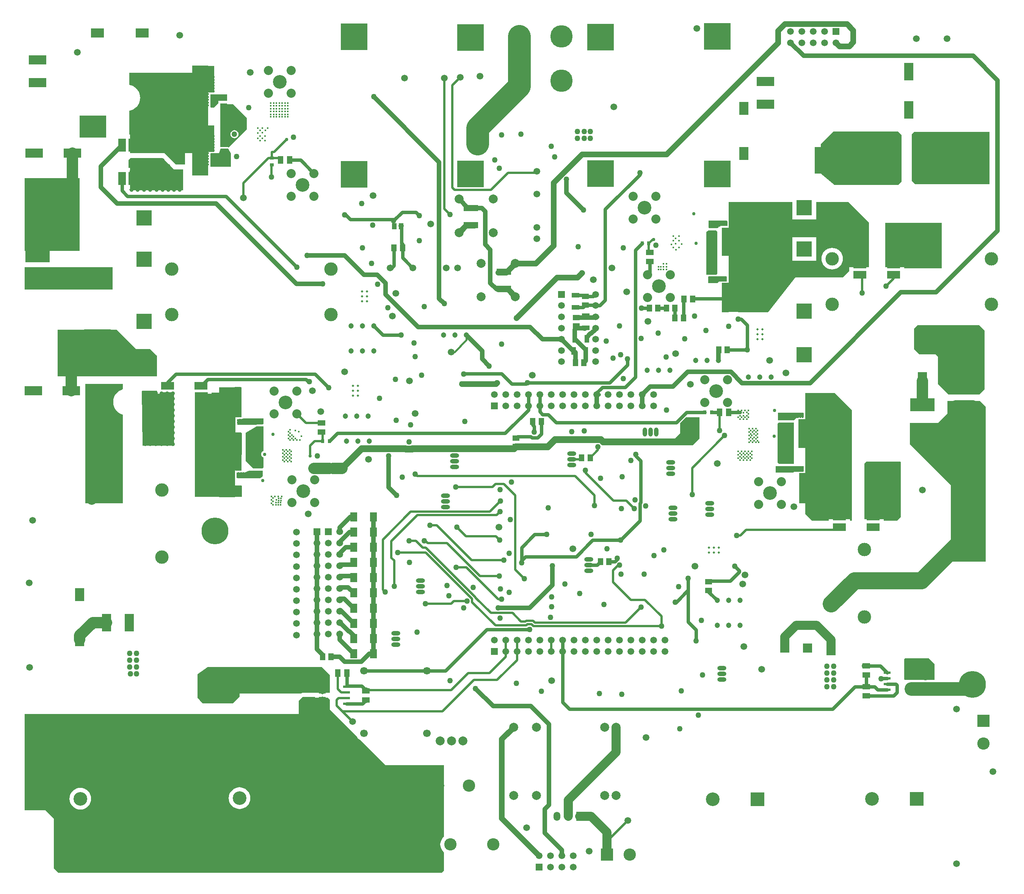
<source format=gbl>
G04 Layer_Physical_Order=5*
G04 Layer_Color=16711680*
%FSLAX25Y25*%
%MOIN*%
G70*
G01*
G75*
%ADD10R,0.05118X0.05905*%
%ADD12R,0.05905X0.05118*%
%ADD13R,0.05905X0.05905*%
%ADD14R,0.04331X0.05512*%
%ADD16R,0.05905X0.05905*%
%ADD21R,0.06693X0.04331*%
%ADD23R,0.06299X0.07874*%
%ADD26R,0.12992X0.05512*%
%ADD27R,0.15748X0.07874*%
%ADD33R,0.06693X0.05118*%
%ADD34R,0.05118X0.06693*%
%ADD37R,0.04331X0.06693*%
%ADD44R,0.06102X0.02362*%
%ADD46R,0.07874X0.11811*%
%ADD47R,0.11811X0.07874*%
%ADD51R,0.07874X0.15748*%
%ADD53R,0.21654X0.11811*%
%ADD64C,0.08000*%
%ADD65C,0.03000*%
%ADD66C,0.02000*%
%ADD67C,0.10000*%
%ADD68C,0.05000*%
%ADD69C,0.20000*%
%ADD71C,0.15000*%
%ADD72C,0.04000*%
%ADD74C,0.01500*%
%ADD77C,0.05905*%
%ADD78C,0.07874*%
%ADD79O,0.03937X0.07874*%
%ADD80O,0.03937X0.07874*%
%ADD81O,0.07874X0.03937*%
%ADD82O,0.07874X0.03937*%
%ADD83C,0.06693*%
%ADD84C,0.04724*%
%ADD85C,0.08000*%
%ADD86C,0.12000*%
%ADD87R,0.07874X0.07874*%
%ADD88R,0.10827X0.10827*%
%ADD89C,0.10827*%
%ADD90R,0.12000X0.12000*%
%ADD91R,0.13780X0.13780*%
%ADD92C,0.11811*%
%ADD93R,0.10827X0.10827*%
%ADD94C,0.19685*%
%ADD95R,0.07874X0.07874*%
%ADD96R,0.23622X0.23622*%
%ADD97C,0.15748*%
%ADD98O,0.05905X0.07874*%
%ADD99R,0.05905X0.07874*%
%ADD100C,0.23622*%
%ADD101C,0.05000*%
%ADD102C,0.03500*%
%ADD103C,0.01500*%
%ADD104C,0.03000*%
%ADD105C,0.02500*%
%ADD106C,0.01968*%
%ADD108R,0.02756X0.03543*%
%ADD109R,0.03543X0.02756*%
%ADD110R,0.19685X0.23622*%
%ADD111R,0.23622X0.19685*%
%ADD112R,0.11614X0.06614*%
%ADD113R,0.11614X0.30000*%
%ADD114R,0.14000X0.96500*%
%ADD115R,0.05800X0.26100*%
%ADD116R,0.05300X0.26600*%
%ADD117R,0.05500X0.23500*%
%ADD118R,0.06614X0.11614*%
%ADD119R,0.30000X0.11614*%
%ADD120R,0.06000X0.26000*%
%ADD121R,0.06000X0.25000*%
%ADD122R,0.05512X0.12992*%
%ADD123C,0.12000*%
%ADD124C,0.06000*%
G36*
X1568000Y2454833D02*
X1567487Y2454621D01*
X1566860Y2454140D01*
X1566380Y2453513D01*
X1566077Y2452783D01*
X1565974Y2452000D01*
X1566077Y2451217D01*
X1566380Y2450487D01*
X1566860Y2449860D01*
X1567487Y2449380D01*
X1568000Y2449167D01*
Y2444001D01*
X1568000Y2444000D01*
Y2440500D01*
X1567000Y2439500D01*
X1559000Y2439500D01*
X1552500Y2446000D01*
X1552500Y2458000D01*
X1552500D01*
X1552500Y2470700D01*
X1562167Y2476500D01*
X1568000D01*
Y2454833D01*
D02*
G37*
G36*
X1474395Y2508000D02*
Y2505302D01*
X1489500D01*
Y2459500D01*
X1461655Y2459500D01*
X1461158Y2507645D01*
X1461510Y2508000D01*
X1474395Y2508000D01*
D02*
G37*
G36*
X2034500Y2480000D02*
Y2444000D01*
X2034000Y2443500D01*
X2021500Y2443500D01*
X2020000Y2445000D01*
Y2479000D01*
X2021000Y2480000D01*
X2034500Y2480000D01*
D02*
G37*
G36*
X2120500Y2445500D02*
X2128146D01*
X2128500Y2445146D01*
X2128500Y2443000D01*
X2128500Y2397000D01*
X2125000Y2393500D01*
X2113307Y2393500D01*
Y2394807D01*
X2096500D01*
X2096500Y2443986D01*
X2097159Y2444646D01*
X2097510Y2445000D01*
X2097514D01*
X2098014Y2445500D01*
X2120500Y2445500D01*
D02*
G37*
G36*
X1951500Y2466000D02*
X1945500Y2460000D01*
X1930000D01*
Y2466000D01*
X1934500Y2470500D01*
Y2473500D01*
Y2479500D01*
X1939500Y2484500D01*
X1951500D01*
Y2466000D01*
D02*
G37*
G36*
X2042915Y2488197D02*
X2042971Y2487915D01*
Y2485979D01*
X2042915Y2485697D01*
X2042971Y2485415D01*
Y2484529D01*
X2042905D01*
X2042757Y2484500D01*
X2042607D01*
X2042467Y2484442D01*
X2042320Y2484413D01*
X2042195Y2484329D01*
X2042122Y2484299D01*
X2042000Y2484275D01*
X2041878Y2484299D01*
X2041805Y2484329D01*
X2041680Y2484413D01*
X2041533Y2484442D01*
X2041393Y2484500D01*
X2041243D01*
X2041095Y2484529D01*
X2040905D01*
X2040757Y2484500D01*
X2040607D01*
X2040467Y2484442D01*
X2040320Y2484413D01*
X2040195Y2484329D01*
X2040122Y2484299D01*
X2040000Y2484275D01*
X2039878Y2484299D01*
X2039805Y2484329D01*
X2039680Y2484413D01*
X2039532Y2484442D01*
X2039393Y2484500D01*
X2039243D01*
X2039095Y2484529D01*
X2038905D01*
X2038757Y2484500D01*
X2038607D01*
X2038467Y2484442D01*
X2038320Y2484413D01*
X2038194Y2484329D01*
X2038055Y2484272D01*
X2038022Y2484249D01*
X2037915Y2484228D01*
X2037790Y2484145D01*
X2037650Y2484087D01*
X2037564Y2484000D01*
X2037000D01*
Y2484000D01*
X2036500Y2484000D01*
X2034500Y2482000D01*
X2020500D01*
Y2488500D01*
X2042465D01*
X2042915Y2488197D01*
D02*
G37*
G36*
X2202000Y2561000D02*
X2202000Y2509000D01*
X2197500Y2504500D01*
X2170500D01*
X2161000Y2514000D01*
Y2538000D01*
X2159000Y2540000D01*
X2144500D01*
X2140000Y2544500D01*
Y2562500D01*
X2143500Y2565500D01*
X2197500D01*
X2202000Y2561000D01*
D02*
G37*
G36*
X1568000Y2483400D02*
Y2478500D01*
X1566784Y2478029D01*
X1562167D01*
X1562055Y2478007D01*
X1561942Y2478013D01*
X1561906Y2478000D01*
X1545029Y2478000D01*
Y2482850D01*
X1548853D01*
X1549438Y2482967D01*
X1549934Y2483298D01*
X1550002Y2483400D01*
X1553000D01*
X1568000Y2483400D01*
D02*
G37*
G36*
X2085500Y2491000D02*
X2085500Y2393500D01*
X2083799D01*
Y2394807D01*
X2065185D01*
Y2393500D01*
X2050500D01*
X2044500Y2399500D01*
Y2409000D01*
X2039000D01*
Y2435500D01*
X2044000D01*
X2044500Y2436000D01*
Y2444667D01*
Y2462500D01*
X2039000D01*
X2038500Y2463000D01*
Y2482815D01*
X2038683Y2482851D01*
X2038905Y2483000D01*
X2039095D01*
X2039317Y2482851D01*
X2040000Y2482716D01*
X2040683Y2482851D01*
X2040905Y2483000D01*
X2041095D01*
X2041317Y2482851D01*
X2042000Y2482716D01*
X2042683Y2482851D01*
X2042905Y2483000D01*
X2044500D01*
Y2491439D01*
Y2506000D01*
X2070500D01*
X2085500Y2491000D01*
D02*
G37*
G36*
X1626500Y2258000D02*
Y2242689D01*
X1626366Y2242244D01*
X1621579D01*
X1621120Y2242434D01*
X1619815Y2242606D01*
X1618510Y2242434D01*
X1618051Y2242244D01*
X1613264D01*
Y2242030D01*
X1602500D01*
X1601586Y2241910D01*
X1600735Y2241557D01*
X1600660Y2241500D01*
X1547000D01*
Y2239000D01*
X1541000Y2233000D01*
X1514500D01*
X1510000Y2238000D01*
Y2238500D01*
Y2258500D01*
X1519000Y2265000D01*
X1619500D01*
X1626500Y2258000D01*
D02*
G37*
G36*
X2158000Y2267500D02*
X2158000Y2253500D01*
X2132000D01*
X2131500Y2254000D01*
Y2271500D01*
X2132000Y2272500D01*
X2153000Y2272500D01*
X2158000Y2267500D01*
D02*
G37*
G36*
X1650437Y2203319D02*
X1650780Y2202678D01*
X1651635Y2201635D01*
X1652678Y2200780D01*
X1653319Y2200437D01*
X1675348Y2178408D01*
X1726848D01*
Y2115578D01*
X1726167Y2115018D01*
X1725053Y2113661D01*
X1724225Y2112112D01*
X1723716Y2110432D01*
X1723544Y2108685D01*
X1723716Y2106938D01*
X1724225Y2105257D01*
X1725053Y2103709D01*
X1726167Y2102352D01*
X1726848Y2101792D01*
Y2085908D01*
X1724848Y2083908D01*
X1387848D01*
X1383848Y2087908D01*
X1383848Y2131408D01*
X1376348Y2138908D01*
X1358035D01*
Y2223408D01*
X1630349D01*
X1650437Y2203319D01*
D02*
G37*
G36*
X1613264Y2237902D02*
X1618051D01*
X1618510Y2237711D01*
X1619815Y2237539D01*
X1621120Y2237711D01*
X1621579Y2237902D01*
X1624598D01*
X1626500Y2236000D01*
X1626500Y2227256D01*
X1628256Y2225500D01*
X1629885Y2223871D01*
X1629693Y2223410D01*
X1599000Y2223500D01*
Y2235000D01*
X1602500Y2238500D01*
X1613264D01*
Y2237902D01*
D02*
G37*
G36*
X2203000Y2494000D02*
Y2357500D01*
X2172500D01*
Y2425000D01*
X2136500Y2461000D01*
X2136500Y2479500D01*
X2161000Y2479500D01*
X2169500Y2488000D01*
Y2499000D01*
X2198000Y2499000D01*
X2203000Y2494000D01*
D02*
G37*
G36*
X1567500Y2437500D02*
Y2432500D01*
X1566005Y2431628D01*
X1565987Y2431620D01*
X1565971Y2431608D01*
X1564929Y2431000D01*
X1544930Y2431000D01*
X1544613Y2431386D01*
X1544696Y2431803D01*
X1544521Y2432681D01*
X1544500Y2432713D01*
Y2433394D01*
X1544521Y2433425D01*
X1544696Y2434303D01*
X1544521Y2435181D01*
X1544500Y2435213D01*
Y2435894D01*
X1544521Y2435925D01*
X1544536Y2436000D01*
X1551500D01*
X1555500Y2437500D01*
X1567500Y2437500D01*
D02*
G37*
G36*
X2043000Y2437000D02*
X2042520Y2436520D01*
X2039000D01*
X2038902Y2436500D01*
X2034500D01*
X2034000Y2436000D01*
X2018500D01*
Y2441500D01*
X2043000D01*
Y2437000D01*
D02*
G37*
G36*
X1444300Y2509131D02*
X1443913Y2509039D01*
X1442231Y2508342D01*
X1440678Y2507390D01*
X1439293Y2506207D01*
X1438110Y2504822D01*
X1437158Y2503269D01*
X1436461Y2501587D01*
X1436036Y2499816D01*
X1435893Y2498000D01*
X1436036Y2496184D01*
X1436461Y2494413D01*
X1437158Y2492731D01*
X1438110Y2491178D01*
X1439293Y2489793D01*
X1440678Y2488610D01*
X1442231Y2487658D01*
X1443913Y2486961D01*
X1444300Y2486869D01*
X1444300Y2409000D01*
X1411500Y2409000D01*
X1411500Y2513997D01*
X1444300Y2513997D01*
Y2509131D01*
D02*
G37*
G36*
X1548853Y2484380D02*
X1543500D01*
Y2474845D01*
Y2471300D01*
X1548265D01*
X1548565Y2471000D01*
X1548566D01*
X1548919Y2470646D01*
X1548919Y2469839D01*
X1548919Y2451637D01*
X1548839D01*
Y2437683D01*
X1542933D01*
X1542933Y2428099D01*
X1543027Y2428049D01*
X1543100Y2427992D01*
Y2424600D01*
X1548627D01*
X1549000Y2424227D01*
Y2424227D01*
X1549000Y2424227D01*
X1549000Y2423419D01*
X1549000Y2414581D01*
X1549000D01*
X1548919Y2414500D01*
X1542933D01*
Y2414500D01*
X1531021Y2414500D01*
X1507800Y2414500D01*
X1507800Y2446600D01*
X1507700Y2476500D01*
X1507800Y2476600D01*
X1507800D01*
Y2505302D01*
X1522517D01*
Y2506300D01*
X1529000Y2506300D01*
Y2511000D01*
X1548853Y2511000D01*
X1548853Y2484380D01*
D02*
G37*
G36*
X2129000Y2733000D02*
Y2692000D01*
X2126000Y2689000D01*
X2070000D01*
X2058000Y2699000D01*
Y2725000D01*
X2069000Y2736000D01*
X2126000D01*
X2129000Y2733000D01*
D02*
G37*
G36*
X2206500Y2689500D02*
X2141000Y2689500D01*
X2138000Y2692500D01*
X2138000Y2733500D01*
X2140000Y2735500D01*
X2206500D01*
X2206500Y2689500D01*
D02*
G37*
G36*
X2100500Y2656000D02*
Y2616598D01*
X2083193D01*
Y2613193D01*
X2077500Y2607500D01*
X2035582Y2607500D01*
X2011582Y2577000D01*
X1985795Y2577000D01*
X1985500Y2577029D01*
X1985000Y2577414D01*
Y2674000D01*
X2033122D01*
Y2658610D01*
X2053902D01*
Y2674000D01*
X2082500D01*
X2100500Y2656000D01*
D02*
G37*
G36*
X1489500Y2702500D02*
X1497500D01*
Y2684043D01*
X1450589D01*
X1450038Y2684595D01*
X1450091Y2685094D01*
X1450598D01*
Y2698974D01*
Y2703709D01*
X1449500D01*
Y2711000D01*
X1451000Y2712500D01*
X1479500D01*
X1489500Y2702500D01*
D02*
G37*
G36*
X1553500Y2748000D02*
Y2738000D01*
X1537500Y2722000D01*
X1537099D01*
X1537000Y2722020D01*
X1530500D01*
X1530483Y2722016D01*
X1530466Y2722019D01*
X1530000Y2722293D01*
X1530000Y2760000D01*
X1541500D01*
X1553500Y2748000D01*
D02*
G37*
G36*
X1536000Y2763000D02*
X1528500D01*
X1528500Y2761000D01*
X1524500Y2757000D01*
X1521854Y2757000D01*
X1521500Y2757354D01*
Y2768500D01*
X1536000D01*
Y2763000D01*
D02*
G37*
G36*
X1508990Y2787141D02*
X1506951Y2717000D01*
X1499000D01*
Y2707000D01*
X1491000D01*
X1481000Y2717000D01*
X1450598D01*
Y2733216D01*
X1450000D01*
X1450000Y2754081D01*
X1451587Y2754461D01*
X1453269Y2755158D01*
X1454822Y2756110D01*
X1456207Y2757293D01*
X1457390Y2758678D01*
X1458342Y2760231D01*
X1459039Y2761913D01*
X1459464Y2763684D01*
X1459607Y2765500D01*
X1459464Y2767316D01*
X1459039Y2769087D01*
X1458342Y2770769D01*
X1457390Y2772322D01*
X1456207Y2773707D01*
X1454822Y2774890D01*
X1453269Y2775842D01*
X1451587Y2776539D01*
X1450000Y2776920D01*
X1450000Y2787500D01*
X1508641Y2787500D01*
X1508990Y2787141D01*
D02*
G37*
G36*
X1539500Y2716500D02*
Y2705000D01*
X1521500D01*
Y2711500D01*
Y2712000D01*
Y2716500D01*
X1521750Y2716750D01*
X1525750D01*
Y2717000D01*
X1529000Y2717000D01*
X1530500Y2721000D01*
X1537000D01*
X1539500Y2716500D01*
D02*
G37*
G36*
X1975924Y2657000D02*
X1976000Y2656620D01*
Y2654880D01*
X1975924Y2654500D01*
X1976000Y2654120D01*
Y2653000D01*
X1969000Y2653000D01*
X1967000Y2651000D01*
X1959854Y2651000D01*
X1959500Y2651353D01*
X1959500Y2657500D01*
X1975525Y2657500D01*
X1975924Y2657000D01*
D02*
G37*
G36*
X1975500Y2608146D02*
Y2604000D01*
X1970000D01*
Y2604000D01*
X1968500D01*
X1967000Y2602500D01*
X1959354Y2602500D01*
X1959000Y2602853D01*
X1959000Y2608146D01*
X1959353Y2608500D01*
X1975146Y2608500D01*
X1975500Y2608146D01*
D02*
G37*
G36*
X1967000Y2648000D02*
Y2611000D01*
X1966000Y2610000D01*
X1957500D01*
Y2647667D01*
X1959500Y2649000D01*
X1966000D01*
X1967000Y2648000D01*
D02*
G37*
G36*
X1456000Y2544500D02*
X1468500Y2544500D01*
X1474000Y2539000D01*
X1474500D01*
Y2520500D01*
X1387500D01*
X1387000Y2521000D01*
Y2561500D01*
X1439000D01*
X1456000Y2544500D01*
D02*
G37*
G36*
X1435500Y2616500D02*
X1435500Y2597000D01*
X1358035Y2597000D01*
Y2616500D01*
X1435500Y2616500D01*
D02*
G37*
G36*
X2164500Y2655500D02*
X2164500Y2615500D01*
X2131315Y2615500D01*
Y2616598D01*
X2114750D01*
Y2655500D01*
X2164500Y2655500D01*
D02*
G37*
G36*
X1406500Y2695000D02*
X1406500Y2631000D01*
X1358035Y2631000D01*
Y2695000D01*
X1406500Y2695000D01*
D02*
G37*
%LPC*%
G36*
X1547000Y2159046D02*
X1545138Y2158862D01*
X1543347Y2158319D01*
X1541696Y2157437D01*
X1540250Y2156250D01*
X1539063Y2154803D01*
X1538181Y2153153D01*
X1537637Y2151362D01*
X1537454Y2149500D01*
X1537637Y2147638D01*
X1538181Y2145847D01*
X1539063Y2144197D01*
X1540250Y2142750D01*
X1541696Y2141563D01*
X1543347Y2140681D01*
X1545138Y2140137D01*
X1547000Y2139954D01*
X1548862Y2140137D01*
X1550653Y2140681D01*
X1552304Y2141563D01*
X1553750Y2142750D01*
X1554937Y2144197D01*
X1555819Y2145847D01*
X1556363Y2147638D01*
X1556546Y2149500D01*
X1556363Y2151362D01*
X1555819Y2153153D01*
X1554937Y2154803D01*
X1553750Y2156250D01*
X1552304Y2157437D01*
X1550653Y2158319D01*
X1548862Y2158862D01*
X1547000Y2159046D01*
D02*
G37*
G36*
X1407000Y2158546D02*
X1405138Y2158363D01*
X1403347Y2157819D01*
X1401696Y2156937D01*
X1400250Y2155750D01*
X1399063Y2154304D01*
X1398181Y2152653D01*
X1397637Y2150862D01*
X1397454Y2149000D01*
X1397637Y2147138D01*
X1398181Y2145347D01*
X1399063Y2143697D01*
X1400250Y2142250D01*
X1401696Y2141063D01*
X1403347Y2140181D01*
X1405138Y2139638D01*
X1407000Y2139454D01*
X1408862Y2139638D01*
X1410653Y2140181D01*
X1412304Y2141063D01*
X1413750Y2142250D01*
X1414937Y2143697D01*
X1415819Y2145347D01*
X1416363Y2147138D01*
X1416546Y2149000D01*
X1416363Y2150862D01*
X1415819Y2152653D01*
X1414937Y2154304D01*
X1413750Y2155750D01*
X1412304Y2156937D01*
X1410653Y2157819D01*
X1408862Y2158363D01*
X1407000Y2158546D01*
D02*
G37*
G36*
X2068028Y2633451D02*
X2066184Y2633269D01*
X2064411Y2632732D01*
X2062777Y2631858D01*
X2061345Y2630683D01*
X2060169Y2629251D01*
X2059296Y2627617D01*
X2058758Y2625844D01*
X2058577Y2624000D01*
X2058758Y2622156D01*
X2059296Y2620383D01*
X2060169Y2618749D01*
X2061345Y2617317D01*
X2062777Y2616142D01*
X2064411Y2615268D01*
X2066184Y2614731D01*
X2068028Y2614549D01*
X2069871Y2614731D01*
X2071644Y2615268D01*
X2073278Y2616142D01*
X2074710Y2617317D01*
X2075886Y2618749D01*
X2076759Y2620383D01*
X2077297Y2622156D01*
X2077479Y2624000D01*
X2077297Y2625844D01*
X2076759Y2627617D01*
X2075886Y2629251D01*
X2074710Y2630683D01*
X2073278Y2631858D01*
X2071644Y2632732D01*
X2069871Y2633269D01*
X2068028Y2633451D01*
D02*
G37*
G36*
X2053902Y2642890D02*
X2033122D01*
Y2622110D01*
X2053902D01*
Y2642890D01*
D02*
G37*
G36*
X1542500Y2737030D02*
X1541586Y2736910D01*
X1540735Y2736557D01*
X1540004Y2735996D01*
X1539443Y2735265D01*
X1539090Y2734414D01*
X1538970Y2733500D01*
X1539090Y2732586D01*
X1539443Y2731735D01*
X1540004Y2731004D01*
X1540735Y2730443D01*
X1541586Y2730090D01*
X1542500Y2729970D01*
X1543414Y2730090D01*
X1544265Y2730443D01*
X1544996Y2731004D01*
X1545557Y2731735D01*
X1545910Y2732586D01*
X1546030Y2733500D01*
X1545910Y2734414D01*
X1545557Y2735265D01*
X1544996Y2735996D01*
X1544265Y2736557D01*
X1543414Y2736910D01*
X1542500Y2737030D01*
D02*
G37*
%LPD*%
D10*
X1847760Y2449000D02*
D03*
X1855240D02*
D03*
X1864260Y2357500D02*
D03*
X1871740D02*
D03*
X1620020Y2274000D02*
D03*
X1627500D02*
D03*
X1842260Y2532500D02*
D03*
X1849740D02*
D03*
X1907260Y2580500D02*
D03*
X1914740D02*
D03*
X1922260D02*
D03*
X1929740D02*
D03*
X1929760Y2572000D02*
D03*
X1937240D02*
D03*
X1937760Y2588500D02*
D03*
X1945240D02*
D03*
X1804760Y2481000D02*
D03*
X1812240D02*
D03*
X1968260Y2544000D02*
D03*
X1975740D02*
D03*
X1690240Y2633500D02*
D03*
X1682760D02*
D03*
D12*
X1843000Y2572240D02*
D03*
Y2564760D02*
D03*
X1851000Y2590740D02*
D03*
Y2583260D02*
D03*
X1959500Y2332260D02*
D03*
Y2339740D02*
D03*
X1790000Y2466240D02*
D03*
Y2458760D02*
D03*
X1565000Y2473760D02*
D03*
Y2481240D02*
D03*
X1564500Y2442240D02*
D03*
Y2434760D02*
D03*
X1533000Y2758260D02*
D03*
Y2765740D02*
D03*
X1533500Y2725240D02*
D03*
Y2717760D02*
D03*
X2023000Y2446740D02*
D03*
Y2439260D02*
D03*
X2023500Y2477260D02*
D03*
Y2484740D02*
D03*
X1962500Y2613240D02*
D03*
Y2605760D02*
D03*
X1963000Y2646260D02*
D03*
Y2653740D02*
D03*
D13*
X1771000Y2278500D02*
D03*
X2071500Y2824000D02*
D03*
X1771000Y2494500D02*
D03*
X1830079Y2592528D02*
D03*
X1810500Y2088894D02*
D03*
D14*
X1683047Y2652500D02*
D03*
X1688953D02*
D03*
D16*
X1625000Y2384000D02*
D03*
X1615000D02*
D03*
D21*
X1851500Y2573815D02*
D03*
Y2563185D02*
D03*
X1842500Y2591815D02*
D03*
Y2581185D02*
D03*
D23*
X1664661Y2276500D02*
D03*
X1647339D02*
D03*
X1664661Y2397000D02*
D03*
X1647339D02*
D03*
X1664661Y2383611D02*
D03*
X1647339D02*
D03*
X1664661Y2370222D02*
D03*
X1647339D02*
D03*
X1664661Y2356833D02*
D03*
X1647339D02*
D03*
X1664661Y2343444D02*
D03*
X1647339D02*
D03*
X1664661Y2330056D02*
D03*
X1647339D02*
D03*
X1664661Y2316667D02*
D03*
X1647339D02*
D03*
X1664661Y2303278D02*
D03*
X1647339D02*
D03*
X1664661Y2289889D02*
D03*
X1647339D02*
D03*
D26*
X1779500Y2612480D02*
D03*
Y2597520D02*
D03*
X1437400Y2525980D02*
D03*
Y2511020D02*
D03*
X1422400Y2525980D02*
D03*
Y2511020D02*
D03*
X2176500Y2507480D02*
D03*
Y2492520D02*
D03*
X2192000Y2507980D02*
D03*
Y2493020D02*
D03*
X1750500Y2653520D02*
D03*
Y2668480D02*
D03*
D27*
X1369500Y2799000D02*
D03*
Y2779000D02*
D03*
X1366500Y2717000D02*
D03*
X1400000D02*
D03*
X1399200Y2508000D02*
D03*
X1365700D02*
D03*
X2009500Y2760000D02*
D03*
Y2780000D02*
D03*
D33*
X1658000Y2236000D02*
D03*
Y2244000D02*
D03*
X1907878Y2621500D02*
D03*
Y2629500D02*
D03*
X1619000Y2479500D02*
D03*
Y2471500D02*
D03*
X2098000Y2266000D02*
D03*
Y2258000D02*
D03*
Y2239500D02*
D03*
Y2247500D02*
D03*
D34*
X1590912Y2710912D02*
D03*
X1582912D02*
D03*
X1633500Y2259500D02*
D03*
X1641500D02*
D03*
X1977000Y2489000D02*
D03*
X1969000D02*
D03*
D37*
X1841685Y2553500D02*
D03*
X1852315D02*
D03*
X1840685Y2543000D02*
D03*
X1851315D02*
D03*
D44*
X1641075Y2232543D02*
D03*
Y2237563D02*
D03*
Y2242583D02*
D03*
Y2247602D02*
D03*
X1619815D02*
D03*
Y2242583D02*
D03*
Y2237563D02*
D03*
Y2232543D02*
D03*
X2116425Y2259957D02*
D03*
Y2254937D02*
D03*
Y2249917D02*
D03*
Y2244898D02*
D03*
X2137685D02*
D03*
Y2249917D02*
D03*
Y2254937D02*
D03*
Y2259957D02*
D03*
D46*
X1406500Y2328402D02*
D03*
Y2288902D02*
D03*
X1990500Y2716598D02*
D03*
Y2756098D02*
D03*
X2067000Y2320402D02*
D03*
Y2280902D02*
D03*
D47*
X1461402Y2822500D02*
D03*
X1421902D02*
D03*
D51*
X2135500Y2755000D02*
D03*
Y2788500D02*
D03*
X2147500Y2550000D02*
D03*
Y2516500D02*
D03*
X1450000Y2304000D02*
D03*
X1430000D02*
D03*
D53*
X1369500Y2604500D02*
D03*
Y2626500D02*
D03*
X2147500Y2473500D02*
D03*
Y2495500D02*
D03*
D64*
X2187500Y2245500D02*
X2191500Y2249500D01*
X2137685Y2244898D02*
Y2245500D01*
X2176500Y2495520D02*
X2192000D01*
X1870020Y2111520D02*
Y2119480D01*
Y2100000D02*
Y2111520D01*
X1856000Y2133500D02*
X1870020Y2119480D01*
X1846000Y2133500D02*
X1856000D01*
X1836000D02*
Y2148000D01*
X1878000Y2190000D01*
Y2212000D01*
X2026500Y2281500D02*
Y2291500D01*
X2036500Y2301500D01*
X2054500D01*
X2067000Y2289000D01*
Y2280902D02*
Y2289000D01*
D65*
X1689500Y2637480D02*
Y2652500D01*
X1690240Y2624760D02*
X1700000Y2615000D01*
X1963000Y2613740D02*
Y2646260D01*
X1528791Y2461791D02*
X1536000Y2469000D01*
X1973000Y2589000D02*
X1974000Y2590000D01*
X1945740Y2589000D02*
X1973000D01*
X2036500Y2486500D02*
X2041500D01*
X2034269Y2484269D02*
X2036500Y2486500D01*
X1900500Y2580500D02*
X1907260D01*
X1914740D02*
X1922260D01*
X1929740D02*
X1929760Y2580480D01*
Y2572000D02*
Y2580480D01*
X1937240Y2587980D02*
X1937760Y2588500D01*
X1937240Y2572000D02*
Y2587980D01*
X1945240Y2588500D02*
X1945740Y2589000D01*
X1798500Y2362000D02*
X1843000D01*
X1795000Y2358500D02*
X1798500Y2362000D01*
X1795000Y2358500D02*
Y2370000D01*
X1843000Y2362000D02*
X1857500Y2376500D01*
X1795000Y2370000D02*
X1806500Y2381500D01*
X1799000Y2514000D02*
X1800000Y2515000D01*
X1786500Y2514000D02*
X1799000D01*
X1777500Y2523000D02*
X1786500Y2514000D01*
X1680020Y2615000D02*
X1682760Y2617740D01*
X1519101Y2518000D02*
X1605500D01*
X1986500Y2348500D02*
Y2349500D01*
X1978500Y2340500D02*
X1986500Y2348500D01*
X1960260Y2340500D02*
X1978500D01*
X1857500Y2376500D02*
X1882000D01*
X1491000Y2522500D02*
X1613500D01*
X1625500Y2510500D01*
X1483702Y2515202D02*
X1491000Y2522500D01*
X1681500Y2658500D02*
X1682500Y2657500D01*
X1644500Y2658500D02*
X1681500D01*
X1640500Y2662500D02*
X1644500Y2658500D01*
X1639500Y2662500D02*
X1640500D01*
X1702000Y2665000D02*
X1705000Y2662000D01*
X1690000Y2665000D02*
X1702000D01*
X1682500Y2657500D02*
X1690000Y2665000D01*
X1837000Y2228000D02*
X2068500D01*
X1895500Y2450500D02*
Y2452000D01*
Y2450500D02*
X1899740Y2446260D01*
X1825500Y2480000D02*
X1931000D01*
X1818500Y2487000D02*
X1825500Y2480000D01*
X1931000D02*
X1940000Y2489000D01*
X1744000Y2522500D02*
X1744500Y2523000D01*
X1777500D01*
X1899740Y2409669D02*
Y2446260D01*
X1899000Y2408929D02*
X1899740Y2409669D01*
X1899000Y2393500D02*
Y2408929D01*
X1882000Y2376500D02*
X1899000Y2393500D01*
X1878929Y2359500D02*
X1879000D01*
Y2360500D01*
X1876929Y2357500D02*
X1878929Y2359500D01*
X1871740Y2357500D02*
X1876929D01*
X1861260Y2354500D02*
X1864260Y2357500D01*
X1854000Y2354500D02*
X1861260D01*
X1795000Y2356500D02*
Y2358500D01*
X1728118Y2261618D02*
X1764500Y2298000D01*
X1802000D01*
X1711618Y2261618D02*
X1728118D01*
X1656500D02*
X1711618D01*
X1806500Y2381500D02*
X1817000D01*
X1888000Y2530500D02*
Y2536000D01*
X1872500Y2515000D02*
X1888000Y2530500D01*
X1800000Y2515000D02*
X1872500D01*
X1859500Y2504500D02*
X1866000Y2511000D01*
X1895000Y2631575D02*
X1900925Y2637500D01*
X1895000Y2520000D02*
Y2631575D01*
X1886000Y2511000D02*
X1895000Y2520000D01*
X1866000Y2511000D02*
X1886000D01*
X1861000Y2504500D02*
X1863000D01*
X1859500D02*
X1861000D01*
X1985500Y2571000D02*
X1988000D01*
X1993500Y2565500D01*
Y2544000D02*
Y2565500D01*
X1868500Y2587500D02*
Y2667500D01*
X1863685Y2582685D02*
X1868500Y2587500D01*
X1860000Y2582685D02*
X1863685D01*
X1860000Y2572842D02*
X1861843D01*
X1859425Y2583260D02*
X1860000Y2582685D01*
X1851000Y2583260D02*
X1859425D01*
X1848925Y2581185D02*
X1851000Y2583260D01*
X1842500Y2581185D02*
X1848925D01*
X1858213Y2590740D02*
X1860000Y2592528D01*
X1851000Y2590740D02*
X1858213D01*
X1849925Y2591815D02*
X1851000Y2590740D01*
X1842500Y2591815D02*
X1849925D01*
X1899000Y2698000D02*
Y2699500D01*
X1868500Y2667500D02*
X1899000Y2698000D01*
X1809000Y2466500D02*
X1812500Y2470000D01*
X1803929Y2466500D02*
X1809000D01*
X1802929Y2467500D02*
X1803929Y2466500D01*
X1791260Y2467500D02*
X1802929D01*
X1790000Y2466240D02*
X1791260Y2467500D01*
X1813500Y2487000D02*
X1818500D01*
X1811000Y2489500D02*
X1813500Y2487000D01*
X1811000Y2489500D02*
Y2494500D01*
Y2504500D01*
X1632953Y2470500D02*
X1780500D01*
X1801000Y2491000D01*
Y2494500D01*
Y2504500D01*
X1673000Y2557000D02*
X1689000D01*
X1975740Y2544000D02*
X1993500D01*
X1969000Y2489000D02*
X1969000Y2489000D01*
X1961953Y2489000D02*
X1969000D01*
X1940000D02*
X1956047D01*
X1941500Y2304500D02*
Y2332500D01*
X1930000Y2322000D02*
X1931000D01*
X1941500Y2332500D01*
Y2343000D01*
Y2304500D02*
X1948500Y2297500D01*
Y2287760D02*
Y2297500D01*
X1982500Y2353500D02*
X1986500Y2349500D01*
X1959500Y2339740D02*
X1960260Y2340500D01*
X1959500Y2331000D02*
X1967000Y2323500D01*
X1959500Y2331000D02*
Y2332260D01*
X1812500Y2470000D02*
Y2479500D01*
X1806000Y2471500D02*
Y2476500D01*
X1804760Y2477740D02*
X1806000Y2476500D01*
X1804760Y2477740D02*
Y2481000D01*
X1905835Y2610000D02*
X1907878Y2612042D01*
Y2621500D01*
X1463512Y2623500D02*
X1466512Y2626500D01*
X1641500Y2248028D02*
Y2259500D01*
X1641075Y2232543D02*
X1655043D01*
X1658000Y2235500D01*
X1654472Y2248028D02*
X1658000Y2244500D01*
X1641500Y2248028D02*
X1654472D01*
X1577355Y2487645D02*
X1577500Y2487500D01*
X1619815Y2242583D02*
Y2244500D01*
Y2235000D02*
Y2237563D01*
X1513598Y2461791D02*
X1528791D01*
X1590912Y2710912D02*
X1600588D01*
X1612500Y2699000D01*
X1690240Y2633500D02*
Y2636740D01*
Y2624760D02*
Y2633500D01*
X1682760Y2617740D02*
Y2633500D01*
X1689500Y2637480D02*
X1690240Y2636740D01*
X2098000Y2247500D02*
X2105500D01*
X2108102Y2244898D01*
X2116425D01*
X2098000Y2247500D02*
Y2258000D01*
Y2266000D02*
X2110382D01*
X2116425Y2259957D01*
X2098000Y2239500D02*
X2122000D01*
X2125000Y2242500D01*
Y2249000D01*
X2124000Y2250000D02*
X2125000Y2249000D01*
X2116508Y2250000D02*
X2124000D01*
X2116425Y2249917D02*
X2116508Y2250000D01*
X1831000Y2278500D02*
Y2288500D01*
Y2234000D02*
Y2278500D01*
X2088000Y2247500D02*
X2098000D01*
X2111000Y2254500D02*
X2111437Y2254937D01*
X2116425D01*
X1831000Y2234000D02*
X1837000Y2228000D01*
X2068500D02*
X2088000Y2247500D01*
X2031029Y2484269D02*
X2034269D01*
X1962500Y2613240D02*
X1963000Y2613740D01*
X1483702Y2512109D02*
Y2515202D01*
X1513209Y2512109D02*
X1519101Y2518000D01*
X1605500D02*
X1607500Y2516000D01*
X1608500D01*
X1625953Y2463500D02*
X1632953Y2470500D01*
X1535000Y2679000D02*
X1597500Y2616500D01*
X1448500Y2679000D02*
X1535000D01*
X1443791Y2683709D02*
X1448500Y2679000D01*
X1443791Y2683709D02*
Y2694402D01*
X1665000Y2565000D02*
X1673000Y2557000D01*
X1482500Y2491600D02*
X1484300Y2493400D01*
X2118500Y2428600D02*
X2120300Y2430400D01*
X1977000Y2489000D02*
X1987000D01*
D66*
X1546000Y2434000D02*
X1553500D01*
X1658000Y2244500D02*
X1733000D01*
X1789500Y2350500D02*
Y2416000D01*
X1779500Y2426000D02*
X1789500Y2416000D01*
X1680020Y2615000D02*
Y2617738D01*
X1870020Y2111520D02*
X1888500Y2130000D01*
X1632500Y2231000D02*
Y2236000D01*
Y2231000D02*
X1646500Y2217000D01*
X1638000Y2226000D02*
X1725500D01*
X1788500Y2457000D02*
X1790000Y2458500D01*
X1575412Y2712500D02*
X1581324D01*
X1550500Y2677500D02*
Y2690500D01*
X1773500Y2253500D02*
X1791000Y2271000D01*
X1753000Y2253500D02*
X1773500D01*
X1725500Y2226000D02*
X1753000Y2253500D01*
X1748136Y2259636D02*
X1766636D01*
X1733000Y2244500D02*
X1748136Y2259636D01*
X1781000Y2274000D02*
Y2278500D01*
X1766636Y2259636D02*
X1781000Y2274000D01*
X1791000Y2271000D02*
Y2278500D01*
Y2280257D02*
Y2288500D01*
X1855240Y2449000D02*
X1862000Y2455760D01*
Y2458500D01*
X1846260Y2447500D02*
X1847760Y2449000D01*
X1839000Y2447500D02*
X1846260D01*
X1875740Y2411260D02*
X1887000D01*
X1851000Y2436000D02*
X1875740Y2411260D01*
X1851000Y2436000D02*
Y2438000D01*
X1859000Y2407000D02*
Y2416000D01*
X1842000Y2433000D02*
X1859000Y2416000D01*
X2071992Y2385500D02*
X2074492Y2388000D01*
X1992500Y2385500D02*
X2071992D01*
X1987500Y2380500D02*
X1992500Y2385500D01*
X1880000Y2354500D02*
X1881000D01*
X1875500Y2350000D02*
X1880000Y2354500D01*
X1875500Y2339500D02*
Y2350000D01*
Y2339500D02*
X1891000Y2324000D01*
X1903500D01*
X1918000Y2309500D01*
Y2301000D02*
Y2309500D01*
X1887000Y2411260D02*
X1894000Y2404260D01*
X1738000Y2388000D02*
X1746000Y2380000D01*
X1772250D01*
X1775750Y2376500D01*
X1697500Y2401500D02*
X1767000D01*
X1673000Y2377000D02*
X1697500Y2401500D01*
X1767000D02*
X1776500Y2411000D01*
X1714500Y2389500D02*
X1720500D01*
X1751000Y2359000D01*
X1779500D01*
X1710607Y2370000D02*
X1754500Y2326107D01*
X1708107Y2370000D02*
X1710607D01*
X1702107Y2376000D02*
X1708107Y2370000D01*
X1696000Y2376000D02*
X1702107D01*
X1729500Y2374000D02*
X1758500Y2345000D01*
X1712500Y2374000D02*
X1729500D01*
X1710500Y2376000D02*
X1712500Y2374000D01*
X1709500Y2376000D02*
X1710500D01*
X1773000Y2398500D02*
X1776000Y2401500D01*
X1703500Y2398500D02*
X1773000D01*
X1680500Y2375500D02*
X1703500Y2398500D01*
X1886500Y2304000D02*
X1900000Y2317500D01*
X1805107Y2305500D02*
X1806607Y2304000D01*
X1886500D01*
X1789500Y2350500D02*
X1797500Y2342500D01*
X1772000Y2426000D02*
X1779500D01*
X1769260Y2423260D02*
X1772000Y2426000D01*
X1737000Y2423260D02*
X1769260D01*
X1798893Y2305500D02*
X1805107D01*
X1798393Y2305000D02*
X1798893Y2305500D01*
X1794500Y2305000D02*
X1798393D01*
X1787000Y2312500D02*
X1794500Y2305000D01*
X1805364Y2301000D02*
X1918000D01*
X1803864Y2302500D02*
X1805364Y2301000D01*
X1800136Y2302500D02*
X1803864D01*
X1799136Y2301500D02*
X1800136Y2302500D01*
X1772000Y2301500D02*
X1799136D01*
X1751500Y2322000D02*
X1772000Y2301500D01*
X1703000Y2433000D02*
X1842000D01*
X1701500Y2434500D02*
X1703000Y2433000D01*
X1746500Y2352500D02*
X1774500Y2324500D01*
X1777500D01*
X1735500Y2323000D02*
X1747000D01*
X1733000Y2320500D02*
X1735500Y2323000D01*
X1686000Y2365500D02*
X1710864D01*
X1751500Y2324864D01*
X1754500Y2326000D02*
X1768000Y2312500D01*
X1754500Y2326000D02*
Y2326107D01*
X1751500Y2322000D02*
Y2324864D01*
X1710240Y2320500D02*
X1733000D01*
X1758500Y2345000D02*
X1775500D01*
X1737500Y2352500D02*
X1746500D01*
X1768000Y2312500D02*
X1787000D01*
X1680500Y2361000D02*
Y2375500D01*
Y2361000D02*
X1683000Y2358500D01*
Y2336000D02*
Y2358500D01*
X1673000Y2333000D02*
Y2377000D01*
Y2333000D02*
X1675000Y2331000D01*
X1676000D01*
X1945000Y2440000D02*
X1973500Y2468500D01*
X1945000Y2416500D02*
Y2440000D01*
X1821000Y2278500D02*
Y2288500D01*
X2122008Y2606508D02*
Y2609791D01*
X2115500Y2600000D02*
X2122008Y2606508D01*
X2092500Y2609791D02*
X2094500Y2607791D01*
Y2594000D02*
Y2607791D01*
X1984000Y2380500D02*
X1987500D01*
X2104000Y2388000D02*
Y2388500D01*
X1781000Y2278500D02*
Y2288500D01*
X1906831Y2630547D02*
X1907878Y2629500D01*
X1906831Y2630547D02*
Y2637500D01*
X1582912Y2710178D02*
X1583912Y2709178D01*
X1582912Y2710178D02*
Y2710912D01*
X1597500Y2487500D02*
X1605500Y2479500D01*
X1619000D01*
Y2471500D02*
X1620047Y2470453D01*
Y2463500D02*
Y2470453D01*
X2017000Y2468000D02*
X2017500Y2467500D01*
X1727000Y2668000D02*
Y2783000D01*
X1782965Y2699465D02*
X1808158D01*
X1550500Y2690500D02*
X1572500Y2712500D01*
X1575412D01*
Y2717912D01*
X1581324Y2712500D02*
X1582912Y2710912D01*
X1633500Y2245500D02*
Y2259500D01*
Y2245500D02*
X1636417Y2242583D01*
X1641075D01*
X1634063Y2237563D02*
X1641075D01*
X1632500Y2236000D02*
X1634063Y2237563D01*
X1613000Y2463500D02*
X1620047D01*
X1609000Y2450500D02*
Y2459500D01*
X1613000Y2463500D01*
X1553500Y2434000D02*
X1555855Y2436355D01*
X1575000Y2706047D02*
X1575500Y2706547D01*
X1575000Y2696000D02*
Y2706047D01*
X1768000Y2684500D02*
X1782965Y2699465D01*
X1736000Y2684500D02*
X1768000D01*
X1734000Y2686500D02*
X1736000Y2684500D01*
X1734000Y2686500D02*
Y2776500D01*
X1741000Y2783500D01*
X1577412Y2717912D02*
X1588500Y2729000D01*
X1575412Y2717912D02*
X1577412D01*
X2031000Y2446240D02*
X2031029Y2446269D01*
X1969000Y2473000D02*
Y2489000D01*
X1906831Y2637500D02*
X1910331Y2641000D01*
X1911000D01*
X1727000Y2668000D02*
X1732000Y2663000D01*
X2031029Y2446269D02*
Y2474000D01*
Y2476789D01*
D67*
X1629000Y2439500D02*
X1637000D01*
X1612500D02*
X1626000D01*
X2165980Y2473500D02*
X2184000Y2491520D01*
X1400000Y2688500D02*
Y2717000D01*
X1399200Y2508000D02*
Y2532200D01*
X1422000Y2548500D02*
Y2552098D01*
X1416902Y2412500D02*
X1423000Y2418598D01*
X1396000Y2684500D02*
X1400000Y2688500D01*
X2147500Y2473500D02*
X2165980D01*
X2147500Y2550000D02*
X2179902D01*
X2147500Y2495500D02*
Y2516500D01*
Y2457098D02*
Y2473500D01*
X2179902Y2550000D02*
X2183500Y2553598D01*
X1406500Y2288902D02*
Y2292500D01*
X1418000Y2304000D01*
X1430000D01*
D68*
X2037000Y2830500D02*
X2081000D01*
X2037000D02*
X2037047Y2830453D01*
X2081000Y2830500D02*
X2086500Y2825000D01*
X2196902Y2716000D02*
X2201402Y2711500D01*
X2141480Y2716000D02*
X2196902D01*
X2176500Y2510480D02*
X2192000D01*
X1530000Y2247500D02*
X1541500Y2259000D01*
X1777500Y2201500D02*
X1788000Y2212000D01*
X1777500Y2131894D02*
Y2201500D01*
Y2131894D02*
X1810500Y2098894D01*
X1823000Y2691000D02*
X1848000Y2716000D01*
X1823000Y2635500D02*
Y2691000D01*
X1848000Y2716000D02*
X1922500D01*
X1742500Y2514000D02*
X1772500D01*
X1773500Y2515000D01*
X2083000Y2811000D02*
X2086500Y2814500D01*
X2074500Y2811000D02*
X2083000D01*
X2071500Y2814000D02*
X2074500Y2811000D01*
X2086500Y2814500D02*
Y2825000D01*
X2026453Y2830453D02*
X2037047D01*
X2020500Y2824500D02*
X2026453Y2830453D01*
X2020500Y2814000D02*
Y2824500D01*
X1922500Y2716000D02*
X2020500Y2814000D01*
X1790500Y2572000D02*
X1826000Y2607500D01*
X1844000D01*
X1848000Y2611500D01*
X1807500Y2620000D02*
X1823000Y2635500D01*
X1789500Y2620000D02*
X1807500D01*
X1782980Y2597020D02*
X1789500Y2590500D01*
X1781480Y2611980D02*
X1789500Y2620000D01*
X1610500Y2259000D02*
X1619815Y2249685D01*
Y2244500D02*
Y2247602D01*
Y2249685D01*
Y2154055D02*
X1620870Y2153000D01*
X1619815Y2154055D02*
Y2232543D01*
Y2235000D01*
X1541500Y2259000D02*
X1610500D01*
X2176500Y2510480D02*
X2183500Y2517480D01*
X2067902Y2710500D02*
X2121020D01*
X2126520Y2716000D01*
Y2699000D02*
Y2716000D01*
X2141480Y2699000D02*
Y2716000D01*
X1740000Y2647000D02*
X1746020Y2653020D01*
X1774500Y2611980D02*
X1781480D01*
X1746020Y2653020D02*
X1753500D01*
X1774500Y2597020D02*
X1782980D01*
D69*
X1756500Y2725000D02*
Y2739000D01*
X1793000Y2780500D02*
Y2819500D01*
Y2775500D02*
Y2780500D01*
X1756500Y2739000D02*
X1793000Y2775500D01*
D71*
X2146500Y2341000D02*
X2191500Y2386000D01*
X2087598Y2341000D02*
X2146500D01*
X2067000Y2320402D02*
X2087598Y2341000D01*
D72*
X2031000Y2438760D02*
X2040760D01*
X2159500Y2594500D02*
X2213500Y2648500D01*
X2128500Y2594500D02*
X2159500D01*
X2048638Y2514638D02*
X2128500Y2594500D01*
X1845075Y2572315D02*
X1859472D01*
X1941000Y2524500D02*
X1978900D01*
X1988762Y2514638D01*
X1928000Y2511500D02*
X1941000Y2524500D01*
X1908000Y2511500D02*
X1928000D01*
X1704000Y2564000D02*
X1802500D01*
X1675500Y2592500D02*
X1704000Y2564000D01*
X1675500Y2592500D02*
Y2602500D01*
X1668000Y2610000D02*
X1675500Y2602500D01*
X1656500Y2610000D02*
X1668000D01*
X1802500Y2564000D02*
X1813342Y2553157D01*
X1425000Y2705118D02*
X1443791Y2723909D01*
X1425000Y2687000D02*
Y2705118D01*
Y2687000D02*
X1439500Y2672500D01*
X2213500Y2648500D02*
Y2781000D01*
X1988762Y2514638D02*
X2048638D01*
X1830500Y2098894D02*
Y2104000D01*
X1815500Y2119000D02*
X1830500Y2104000D01*
X1815500Y2119000D02*
Y2140000D01*
X1819000Y2143500D01*
Y2214500D01*
X1803000Y2230500D02*
X1819000Y2214500D01*
X1770000Y2230500D02*
X1803000D01*
X1754500Y2246000D02*
X1770000Y2230500D01*
X1802000Y2317000D02*
X1822000Y2337000D01*
X1774260Y2317000D02*
X1802000D01*
X1822000Y2337000D02*
Y2354000D01*
X1661000Y2276500D02*
X1664661D01*
X1654063Y2269563D02*
X1661000Y2276500D01*
X1639437Y2269563D02*
X1654063D01*
X1635000Y2274000D02*
X1639437Y2269563D01*
X1644500Y2397000D02*
X1647339D01*
X1635000Y2387500D02*
X1644500Y2397000D01*
X1635000Y2385000D02*
Y2387500D01*
X1834500Y2682000D02*
X1849500Y2667000D01*
X1834500Y2682000D02*
Y2694000D01*
X1678000Y2423000D02*
Y2450500D01*
Y2423000D02*
X1685000Y2416000D01*
X1635000Y2335000D02*
X1642394D01*
X1635000Y2325000D02*
X1639005D01*
X1635616Y2315000D02*
X1647339Y2303278D01*
X1635000Y2315000D02*
X1635616D01*
X1635000Y2304287D02*
X1642946Y2296341D01*
X1635000Y2294000D02*
Y2295000D01*
Y2288839D02*
Y2294000D01*
X1615000Y2384000D02*
Y2385000D01*
Y2374000D02*
Y2384000D01*
Y2364000D02*
Y2374000D01*
Y2354000D02*
Y2364000D01*
Y2344000D02*
Y2354000D01*
Y2334000D02*
Y2344000D01*
Y2324000D02*
Y2334000D01*
Y2314000D02*
Y2324000D01*
Y2304000D02*
Y2314000D01*
Y2294000D02*
Y2304000D01*
Y2280500D02*
Y2294000D01*
X1635000Y2355000D02*
X1645505D01*
X1635000Y2345000D02*
X1645783D01*
X1635000Y2375000D02*
X1643611Y2383611D01*
X1635000Y2365000D02*
X1640222Y2370222D01*
X1615000Y2280500D02*
X1620020Y2275480D01*
Y2274000D02*
Y2275480D01*
X1627500Y2274000D02*
X1635000D01*
X1664661Y2383611D02*
Y2397000D01*
Y2370222D02*
Y2383611D01*
Y2356833D02*
Y2370222D01*
Y2343444D02*
Y2356833D01*
Y2330056D02*
Y2343444D01*
Y2316667D02*
Y2330056D01*
Y2303278D02*
Y2316667D01*
Y2289889D02*
Y2303278D01*
Y2276500D02*
Y2289889D01*
X1635000Y2288839D02*
X1647339Y2276500D01*
Y2289889D02*
Y2292661D01*
X1643659Y2296341D02*
X1647339Y2292661D01*
X1642946Y2296341D02*
X1643659D01*
X1635000Y2304287D02*
Y2305000D01*
X1639005Y2325000D02*
X1647339Y2316667D01*
X1642394Y2335000D02*
X1647339Y2330056D01*
X1645783Y2345000D02*
X1647339Y2343444D01*
X1645505Y2355000D02*
X1647339Y2356833D01*
X1640222Y2370222D02*
X1647339D01*
X1643611Y2383611D02*
X1647339D01*
X1760020Y2668480D02*
X1763000Y2665500D01*
Y2636500D02*
Y2665500D01*
Y2636500D02*
X1767500Y2632000D01*
X1772980Y2597020D02*
X1774500D01*
X1767500Y2602500D02*
X1772980Y2597020D01*
X1767500Y2602500D02*
Y2632000D01*
X2031500Y2814000D02*
X2043000Y2802500D01*
X2192000D01*
X2213500Y2781000D01*
X1901000Y2504500D02*
X1908000Y2511500D01*
X1901000Y2494500D02*
Y2504500D01*
X1746500Y2557000D02*
X1760500Y2543000D01*
Y2536000D02*
Y2543000D01*
Y2536000D02*
X1766500Y2529500D01*
X1840685Y2543000D02*
X1842260Y2541425D01*
Y2532500D02*
Y2541425D01*
X1849740Y2532500D02*
X1851315Y2534075D01*
Y2543000D01*
Y2543870D01*
X1841685Y2553500D02*
X1851315Y2543870D01*
X1830079Y2553157D02*
X1840236Y2543000D01*
X1840685D01*
X1860000Y2561931D02*
Y2563000D01*
X1856089Y2558020D02*
X1860000Y2561931D01*
X1855520Y2558020D02*
X1856089D01*
X1852315Y2554815D02*
X1855520Y2558020D01*
X1852315Y2553500D02*
Y2554815D01*
X1841685Y2561445D02*
X1843000Y2562760D01*
X1841685Y2553500D02*
Y2561445D01*
X1722500Y2589000D02*
X1727000Y2584500D01*
X1722500Y2589000D02*
Y2709000D01*
X1665000Y2766500D02*
X1722500Y2709000D01*
X1813342Y2553157D02*
X1830079D01*
X1639500Y2627000D02*
X1656500Y2610000D01*
X1606500Y2627000D02*
X1639500D01*
X1859472Y2572315D02*
X1860000Y2572842D01*
X1861000Y2494500D02*
Y2504500D01*
X1968000Y2543740D02*
X1968260Y2544000D01*
X1968000Y2534500D02*
Y2543740D01*
X1740000Y2676500D02*
X1748520Y2667980D01*
X1750500Y2668480D02*
X1760020D01*
X1711300Y2160400D02*
X1724900D01*
X1439500Y2672500D02*
X1526500D01*
X1597000Y2602000D01*
X1620000D01*
X1748520Y2667980D02*
X1753500D01*
X1843000Y2562760D02*
X1850425D01*
D74*
X1746500Y2552500D02*
Y2557000D01*
X1736000Y2542000D02*
X1746500Y2552500D01*
X1733000Y2542000D02*
X1736000D01*
D77*
X2013000Y2534500D02*
D03*
X1681500Y2573500D02*
D03*
X1930500Y2540500D02*
D03*
X1775000Y2388000D02*
D03*
X1804500Y2521500D02*
D03*
X1943500Y2513500D02*
D03*
X1684500Y2593500D02*
D03*
X2027500Y2523500D02*
D03*
X1733000Y2542000D02*
D03*
X1947500Y2353500D02*
D03*
X1991500Y2346000D02*
D03*
X1664500Y2679500D02*
D03*
X1990500Y2283000D02*
D03*
X1989500Y2338000D02*
D03*
X1858000Y2605500D02*
D03*
X1840000Y2369000D02*
D03*
X1906000Y2569000D02*
D03*
X1618500Y2489500D02*
D03*
X1660500Y2447500D02*
D03*
X1639500Y2524500D02*
D03*
X1701500Y2488000D02*
D03*
X1597165Y2373444D02*
D03*
Y2363389D02*
D03*
Y2353333D02*
D03*
Y2303056D02*
D03*
Y2313111D02*
D03*
Y2323167D02*
D03*
Y2293000D02*
D03*
Y2333222D02*
D03*
Y2383500D02*
D03*
Y2343278D02*
D03*
X2177500Y2092000D02*
D03*
Y2228000D02*
D03*
X2147500Y2420500D02*
D03*
X2209500Y2173000D02*
D03*
X1365000Y2394000D02*
D03*
X1362500Y2264500D02*
D03*
X1771000Y2288500D02*
D03*
X1781000Y2278500D02*
D03*
Y2288500D02*
D03*
X1791000Y2278500D02*
D03*
Y2288500D02*
D03*
X1801000Y2278500D02*
D03*
Y2288500D02*
D03*
X1811000Y2278500D02*
D03*
Y2288500D02*
D03*
X1821000Y2278500D02*
D03*
Y2288500D02*
D03*
X1831000Y2278500D02*
D03*
Y2288500D02*
D03*
X1841000Y2278500D02*
D03*
Y2288500D02*
D03*
X1851000Y2278500D02*
D03*
Y2288500D02*
D03*
X1861000Y2278500D02*
D03*
Y2288500D02*
D03*
X1871000Y2278500D02*
D03*
Y2288500D02*
D03*
X1881000Y2278500D02*
D03*
Y2288500D02*
D03*
X1891000Y2278500D02*
D03*
Y2288500D02*
D03*
X1901000Y2278500D02*
D03*
Y2288500D02*
D03*
X1911000Y2278500D02*
D03*
Y2288500D02*
D03*
X1921000Y2278500D02*
D03*
Y2288500D02*
D03*
X1635000Y2384000D02*
D03*
X1625000Y2374000D02*
D03*
X1635000D02*
D03*
X1625000Y2364000D02*
D03*
X1635000D02*
D03*
X1625000Y2354000D02*
D03*
X1635000D02*
D03*
X1625000Y2344000D02*
D03*
X1635000D02*
D03*
X1625000Y2334000D02*
D03*
X1635000D02*
D03*
X1625000Y2324000D02*
D03*
X1635000D02*
D03*
X1625000Y2314000D02*
D03*
X1635000D02*
D03*
X1625000Y2304000D02*
D03*
X1635000D02*
D03*
X1625000Y2294000D02*
D03*
X1635000D02*
D03*
X1615000Y2364000D02*
D03*
Y2294000D02*
D03*
Y2304000D02*
D03*
Y2314000D02*
D03*
Y2324000D02*
D03*
Y2334000D02*
D03*
Y2344000D02*
D03*
Y2354000D02*
D03*
Y2374000D02*
D03*
X2031500Y2814000D02*
D03*
Y2824000D02*
D03*
X2041500Y2814000D02*
D03*
Y2824000D02*
D03*
X2051500Y2814000D02*
D03*
Y2824000D02*
D03*
X2061500Y2814000D02*
D03*
Y2824000D02*
D03*
X2071500Y2814000D02*
D03*
X1771000Y2504500D02*
D03*
X1781000Y2494500D02*
D03*
Y2504500D02*
D03*
X1791000Y2494500D02*
D03*
Y2504500D02*
D03*
X1801000Y2494500D02*
D03*
Y2504500D02*
D03*
X1811000Y2494500D02*
D03*
Y2504500D02*
D03*
X1821000Y2494500D02*
D03*
Y2504500D02*
D03*
X1831000Y2494500D02*
D03*
Y2504500D02*
D03*
X1841000Y2494500D02*
D03*
Y2504500D02*
D03*
X1851000Y2494500D02*
D03*
Y2504500D02*
D03*
X1861000Y2494500D02*
D03*
Y2504500D02*
D03*
X1871000Y2494500D02*
D03*
Y2504500D02*
D03*
X1881000Y2494500D02*
D03*
Y2504500D02*
D03*
X1891000Y2494500D02*
D03*
Y2504500D02*
D03*
X1901000Y2494500D02*
D03*
Y2504500D02*
D03*
X1911000Y2494500D02*
D03*
Y2504500D02*
D03*
X1860000Y2533472D02*
D03*
Y2543315D02*
D03*
Y2553157D02*
D03*
Y2563000D02*
D03*
Y2572842D02*
D03*
Y2582685D02*
D03*
Y2592528D02*
D03*
X1830079Y2533472D02*
D03*
Y2543315D02*
D03*
Y2553157D02*
D03*
Y2563000D02*
D03*
Y2572842D02*
D03*
Y2582685D02*
D03*
X1799500Y2123500D02*
D03*
X1888500Y2130000D02*
D03*
X1758500Y2784500D02*
D03*
X1887500Y2595000D02*
D03*
X1715000Y2654500D02*
D03*
X1876000Y2757500D02*
D03*
X1821500Y2253000D02*
D03*
X2142000Y2817500D02*
D03*
X1949000Y2826500D02*
D03*
X2006000Y2263000D02*
D03*
X1854500Y2103000D02*
D03*
X1727000Y2783000D02*
D03*
X1741000Y2783500D02*
D03*
X1874500Y2616000D02*
D03*
X1611000Y2508000D02*
D03*
X2034500Y2406000D02*
D03*
X1967000Y2444000D02*
D03*
X1607500Y2399500D02*
D03*
X2169000Y2817500D02*
D03*
X1681000Y2170000D02*
D03*
X1692000Y2783000D02*
D03*
X1494500Y2820500D02*
D03*
X1556500Y2788000D02*
D03*
X1550500Y2677500D02*
D03*
X1810500Y2098894D02*
D03*
X1820500Y2088894D02*
D03*
Y2098894D02*
D03*
X1830500Y2088894D02*
D03*
Y2098894D02*
D03*
X1840500Y2088894D02*
D03*
Y2098894D02*
D03*
X1904500Y2203000D02*
D03*
X1696500Y2516500D02*
D03*
X1646500Y2217000D02*
D03*
X1362000Y2339000D02*
D03*
X1404500Y2805500D02*
D03*
X1808488Y2700980D02*
D03*
Y2681000D02*
D03*
Y2651669D02*
D03*
Y2641630D02*
D03*
X1679500Y2616000D02*
D03*
X1699480D02*
D03*
X1728811D02*
D03*
X1738850D02*
D03*
D78*
X1878000Y2212000D02*
D03*
X1868000D02*
D03*
X1808000D02*
D03*
X1788000D02*
D03*
Y2152000D02*
D03*
X1808000D02*
D03*
X1868000D02*
D03*
X1878000D02*
D03*
X1740000Y2676500D02*
D03*
Y2647000D02*
D03*
X1770000D02*
D03*
Y2676500D02*
D03*
X1789500Y2590500D02*
D03*
Y2620000D02*
D03*
X1759500D02*
D03*
Y2590500D02*
D03*
X1723500Y2200000D02*
D03*
X1733500D02*
D03*
X1743500D02*
D03*
D79*
X1903500Y2471500D02*
D03*
D80*
X1908500D02*
D03*
X1913500D02*
D03*
D81*
X1971000Y2264000D02*
D03*
X1736000Y2441000D02*
D03*
X1706000Y2331000D02*
D03*
X1684500Y2284500D02*
D03*
X1928000Y2405000D02*
D03*
X1839000Y2452500D02*
D03*
X1926000Y2445000D02*
D03*
X1960500Y2409000D02*
D03*
X1728000Y2405500D02*
D03*
X1854000Y2349500D02*
D03*
D82*
X1971000Y2259000D02*
D03*
Y2254000D02*
D03*
X1736000Y2446000D02*
D03*
Y2451000D02*
D03*
X1706000Y2336000D02*
D03*
Y2341000D02*
D03*
X1684500Y2289500D02*
D03*
Y2294500D02*
D03*
X1928000Y2395000D02*
D03*
Y2400000D02*
D03*
X1839000Y2447500D02*
D03*
Y2442500D02*
D03*
X1926000Y2440000D02*
D03*
Y2435000D02*
D03*
X1960500Y2404000D02*
D03*
Y2399000D02*
D03*
X1728000Y2410500D02*
D03*
Y2415500D02*
D03*
X1854000Y2354500D02*
D03*
Y2359500D02*
D03*
D83*
X1656500Y2261618D02*
D03*
X1711618D02*
D03*
Y2206500D02*
D03*
X1656500D02*
D03*
D84*
X1726500Y2557000D02*
D03*
X1736500D02*
D03*
X1746500D02*
D03*
X1925500Y2526000D02*
D03*
X1915500D02*
D03*
X1905500D02*
D03*
X1948000Y2534500D02*
D03*
X1958000D02*
D03*
X1968000D02*
D03*
X1994500Y2520000D02*
D03*
X2004500D02*
D03*
X2014500D02*
D03*
X1987000Y2323500D02*
D03*
X1977000D02*
D03*
X1967000D02*
D03*
X1987000Y2301500D02*
D03*
X1977000D02*
D03*
X1967000D02*
D03*
X1640000Y2485500D02*
D03*
X1650000D02*
D03*
X1660000D02*
D03*
X1641000Y2463500D02*
D03*
X1651000D02*
D03*
X1661000D02*
D03*
X1645000Y2565000D02*
D03*
X1655000D02*
D03*
X1665000D02*
D03*
X1645000Y2543000D02*
D03*
X1655000D02*
D03*
X1665000D02*
D03*
D85*
X1956000Y2517500D02*
D03*
X1976000D02*
D03*
Y2497500D02*
D03*
X1956000D02*
D03*
X1905835Y2610000D02*
D03*
X1925835D02*
D03*
Y2590000D02*
D03*
X1905835D02*
D03*
X1572500Y2789500D02*
D03*
X1592500D02*
D03*
Y2769500D02*
D03*
X1572500D02*
D03*
X1613000Y2429500D02*
D03*
Y2409500D02*
D03*
X1593000D02*
D03*
Y2429500D02*
D03*
X1577500Y2487500D02*
D03*
X1597500D02*
D03*
Y2507500D02*
D03*
X1577500D02*
D03*
X1592500Y2679000D02*
D03*
X1612500D02*
D03*
Y2699000D02*
D03*
X1592500D02*
D03*
X1893000Y2659000D02*
D03*
X1913000D02*
D03*
Y2679000D02*
D03*
X1893000D02*
D03*
X2003500Y2408000D02*
D03*
X2023500D02*
D03*
Y2428000D02*
D03*
X2003500D02*
D03*
D86*
X1966000Y2507500D02*
D03*
X1407000Y2149000D02*
D03*
X1915835Y2600000D02*
D03*
X1582500Y2779500D02*
D03*
X1603000Y2419500D02*
D03*
X1587500Y2497500D02*
D03*
X1602500Y2689000D02*
D03*
X1903000Y2669000D02*
D03*
X1547000Y2149500D02*
D03*
X2103130Y2149000D02*
D03*
X1963130Y2148500D02*
D03*
X2013500Y2418000D02*
D03*
D87*
X1369500Y2799000D02*
D03*
Y2779000D02*
D03*
X1461402Y2822500D02*
D03*
X1421902D02*
D03*
X1366500Y2717000D02*
D03*
X1400000D02*
D03*
X1399200Y2508000D02*
D03*
X1365700D02*
D03*
X2009500Y2760000D02*
D03*
Y2780000D02*
D03*
D88*
X1870020Y2100000D02*
D03*
X1695020Y2108685D02*
D03*
X1711300Y2160400D02*
D03*
D89*
X1890000Y2100000D02*
D03*
X1732500Y2108685D02*
D03*
X1769980D02*
D03*
X1748800Y2160400D02*
D03*
X2200936Y2197626D02*
D03*
D90*
X1446370Y2149000D02*
D03*
X1586370Y2149500D02*
D03*
X2142500Y2149000D02*
D03*
X2002500Y2148500D02*
D03*
D91*
X1463012Y2623500D02*
D03*
Y2660000D02*
D03*
Y2569000D02*
D03*
Y2530500D02*
D03*
X2043512Y2632500D02*
D03*
Y2669000D02*
D03*
Y2578000D02*
D03*
Y2539500D02*
D03*
D92*
X1627472Y2575000D02*
D03*
X1487528D02*
D03*
Y2615000D02*
D03*
X1627472D02*
D03*
X1478795Y2361346D02*
D03*
Y2420512D02*
D03*
X2096500Y2309000D02*
D03*
Y2368165D02*
D03*
X2207972Y2584000D02*
D03*
X2068028D02*
D03*
Y2624000D02*
D03*
X2207972D02*
D03*
D93*
X2200936Y2217606D02*
D03*
D94*
X1830000Y2819500D02*
D03*
X1793000D02*
D03*
Y2780500D02*
D03*
X1830000D02*
D03*
D95*
X1406500Y2328402D02*
D03*
Y2288902D02*
D03*
X2135500Y2755000D02*
D03*
Y2788500D02*
D03*
X2147500Y2550000D02*
D03*
Y2516500D02*
D03*
X2046500Y2281500D02*
D03*
X2026500D02*
D03*
X1450000Y2304000D02*
D03*
X1430000D02*
D03*
X1990500Y2716598D02*
D03*
Y2756098D02*
D03*
X2067000Y2320402D02*
D03*
Y2280902D02*
D03*
D96*
X1750110Y2818567D02*
D03*
Y2698567D02*
D03*
X1647610Y2698067D02*
D03*
Y2819067D02*
D03*
X1864390Y2698933D02*
D03*
Y2818933D02*
D03*
X1966890Y2819433D02*
D03*
Y2698433D02*
D03*
D97*
X2062402Y2710500D02*
D03*
X2195902Y2711500D02*
D03*
X1418000Y2740098D02*
D03*
X1419000Y2606598D02*
D03*
X1422000Y2552098D02*
D03*
X1423000Y2418598D02*
D03*
X2185992Y2417980D02*
D03*
X2185000Y2519244D02*
D03*
D98*
X1826000Y2133500D02*
D03*
X1836000D02*
D03*
D99*
X1846000D02*
D03*
D100*
X1525500Y2248000D02*
D03*
Y2384500D02*
D03*
X2191500Y2386000D02*
D03*
Y2249500D02*
D03*
D101*
X2137000Y2257500D02*
D03*
X2144000Y2256500D02*
D03*
X1777500Y2733000D02*
D03*
X1844000Y2736000D02*
D03*
X1850000D02*
D03*
X1794500Y2733500D02*
D03*
X1947000Y2573500D02*
D03*
X1900500Y2580500D02*
D03*
X1938500Y2553500D02*
D03*
X1784000Y2365000D02*
D03*
X1785000Y2394500D02*
D03*
X1668500Y2601500D02*
D03*
X1689000Y2653000D02*
D03*
X1850000Y2472500D02*
D03*
X2063500Y2253500D02*
D03*
Y2259500D02*
D03*
X1950500Y2222500D02*
D03*
X1934000Y2210500D02*
D03*
X1754500Y2246000D02*
D03*
X1895500Y2452000D02*
D03*
X1862000Y2458500D02*
D03*
X1776000Y2421000D02*
D03*
X1839000Y2472000D02*
D03*
X1745000Y2481000D02*
D03*
X1744000Y2522500D02*
D03*
X1786000Y2427500D02*
D03*
X1864500Y2431000D02*
D03*
X1883500Y2432260D02*
D03*
X1891000Y2446500D02*
D03*
X1851000Y2438000D02*
D03*
X1870000Y2369000D02*
D03*
X1904000Y2406500D02*
D03*
X1859000Y2407000D02*
D03*
X1879000Y2360500D02*
D03*
X1846000Y2329500D02*
D03*
X1954000Y2258000D02*
D03*
X1920000Y2368000D02*
D03*
X1881000Y2354500D02*
D03*
X1894000Y2404260D02*
D03*
X1882740D02*
D03*
X1911500Y2363000D02*
D03*
X1882000Y2376500D02*
D03*
X1894740Y2411740D02*
D03*
X1882260Y2346500D02*
D03*
X1902760D02*
D03*
X1775750Y2376500D02*
D03*
X1738000Y2388000D02*
D03*
X1714500Y2389500D02*
D03*
X1709500Y2376000D02*
D03*
X1820500Y2308500D02*
D03*
X1797500Y2342500D02*
D03*
X1779500Y2359000D02*
D03*
X1795000Y2356500D02*
D03*
X1737000Y2423260D02*
D03*
X1701500Y2434500D02*
D03*
X1784000Y2330500D02*
D03*
X1777500Y2324500D02*
D03*
X1747000Y2323000D02*
D03*
X1710240Y2320500D02*
D03*
X1703000Y2295500D02*
D03*
X1790500Y2250500D02*
D03*
X1802000Y2298000D02*
D03*
X1775500Y2345000D02*
D03*
X1776500Y2333500D02*
D03*
X1774260Y2317000D02*
D03*
X1776000Y2308000D02*
D03*
X1821500Y2326500D02*
D03*
Y2318000D02*
D03*
X1729500Y2336500D02*
D03*
X1744000Y2317000D02*
D03*
X1737500Y2352500D02*
D03*
X1732000Y2253000D02*
D03*
X1731000Y2327500D02*
D03*
X1752500Y2335000D02*
D03*
X1776000Y2401500D02*
D03*
X1683000Y2336000D02*
D03*
X1922000Y2537500D02*
D03*
X1675000Y2331000D02*
D03*
X1776500Y2411000D02*
D03*
X1884500Y2518500D02*
D03*
X1915000Y2558500D02*
D03*
X1832953Y2338000D02*
D03*
X1900000Y2317500D02*
D03*
X1822000Y2354000D02*
D03*
X1817000Y2381500D02*
D03*
X1856000D02*
D03*
X1818500Y2405000D02*
D03*
X1945000Y2416500D02*
D03*
X1655000Y2633500D02*
D03*
X1824000Y2713500D02*
D03*
X1834500Y2694000D02*
D03*
X1844847Y2634500D02*
D03*
X1883000Y2241000D02*
D03*
X1863500Y2241500D02*
D03*
X1888000Y2536000D02*
D03*
X1900000Y2554000D02*
D03*
X1800000Y2515000D02*
D03*
X1742500Y2514000D02*
D03*
X1685000Y2416000D02*
D03*
X1696500Y2357000D02*
D03*
X1707000Y2521500D02*
D03*
X1690000Y2431996D02*
D03*
X1709421Y2581740D02*
D03*
X1696000Y2376000D02*
D03*
X1686000Y2365500D02*
D03*
X1918000Y2301000D02*
D03*
X1867500Y2320000D02*
D03*
X1775500Y2703500D02*
D03*
X1771500Y2711000D02*
D03*
X1754000Y2720500D02*
D03*
X1760000D02*
D03*
X1754000Y2726500D02*
D03*
X1773500Y2515000D02*
D03*
X1790500Y2572000D02*
D03*
X1777500Y2549000D02*
D03*
X1848000Y2611500D02*
D03*
X1705000Y2640000D02*
D03*
X1985500Y2571000D02*
D03*
X1766500Y2529500D02*
D03*
X1727000Y2584500D02*
D03*
X1665000Y2766500D02*
D03*
X1606500Y2627000D02*
D03*
X1875500Y2536500D02*
D03*
X1882000Y2539500D02*
D03*
X1850425Y2562760D02*
D03*
X1922500Y2491000D02*
D03*
X1869500Y2551500D02*
D03*
X1881000Y2565000D02*
D03*
X1899000Y2699500D02*
D03*
X1689000Y2557000D02*
D03*
X1957000Y2561000D02*
D03*
X1993500Y2544000D02*
D03*
X1977000Y2564500D02*
D03*
X2115500Y2600000D02*
D03*
X2094500Y2594000D02*
D03*
X1930000Y2322000D02*
D03*
X1933000Y2335500D02*
D03*
X1948500Y2287760D02*
D03*
X1982500Y2353500D02*
D03*
X1941500Y2343000D02*
D03*
X1953000Y2306000D02*
D03*
X1984000Y2380500D02*
D03*
X2104000Y2388500D02*
D03*
X1812500Y2479500D02*
D03*
X1612500Y2439500D02*
D03*
X1790000Y2458500D02*
D03*
X1806000Y2471500D02*
D03*
X2063500Y2265500D02*
D03*
X2069500D02*
D03*
X1456500Y2277000D02*
D03*
Y2259000D02*
D03*
X1450500Y2271000D02*
D03*
Y2277000D02*
D03*
X1759815Y2726500D02*
D03*
X1658000Y2235500D02*
D03*
Y2244500D02*
D03*
X1456500Y2271000D02*
D03*
X1450500Y2265000D02*
D03*
X1456500D02*
D03*
X1451000Y2259000D02*
D03*
X1615500Y2450500D02*
D03*
X1555000Y2757000D02*
D03*
X1544500Y2714000D02*
D03*
X1542500Y2733500D02*
D03*
X1575000Y2696000D02*
D03*
X1705000Y2662000D02*
D03*
X2150000Y2255500D02*
D03*
Y2262000D02*
D03*
X2143000D02*
D03*
X2137000D02*
D03*
Y2269000D02*
D03*
X2143000D02*
D03*
X2150000D02*
D03*
X2069500Y2259500D02*
D03*
Y2247500D02*
D03*
Y2253500D02*
D03*
X2063500Y2247500D02*
D03*
X2096500Y2266000D02*
D03*
X2111000Y2254500D02*
D03*
X1594500Y2731000D02*
D03*
X1639500Y2662500D02*
D03*
X1654500Y2672500D02*
D03*
X1969000Y2473000D02*
D03*
X1973500Y2468500D02*
D03*
X1844000Y2730000D02*
D03*
X1850000D02*
D03*
X1855500Y2736000D02*
D03*
Y2730000D02*
D03*
X1821000Y2723000D02*
D03*
X1913000Y2636000D02*
D03*
X1884500Y2633500D02*
D03*
X1849500Y2667000D02*
D03*
X1732000Y2663000D02*
D03*
X1812500Y2243500D02*
D03*
X1625500Y2510500D02*
D03*
X1608500Y2516000D02*
D03*
X1670000Y2501260D02*
D03*
X1697500Y2478000D02*
D03*
X1597500Y2616500D02*
D03*
X1663000Y2620000D02*
D03*
X1620000Y2602000D02*
D03*
X1677500Y2580760D02*
D03*
X1700500Y2550000D02*
D03*
X1678000Y2450500D02*
D03*
X1684598Y2481902D02*
D03*
X1696000Y2463000D02*
D03*
X1684000Y2518000D02*
D03*
X1701500Y2538000D02*
D03*
X1664000Y2653500D02*
D03*
X1682500Y2657500D02*
D03*
X1935500Y2244000D02*
D03*
D102*
X1488500Y2505500D02*
D03*
X1483500D02*
D03*
X1478500D02*
D03*
X2151500Y2620500D02*
D03*
X2156500D02*
D03*
X2146500D02*
D03*
X2156500Y2631500D02*
D03*
Y2626000D02*
D03*
X2161500D02*
D03*
X2151500Y2631500D02*
D03*
Y2626000D02*
D03*
X2161500Y2620500D02*
D03*
X2156500Y2637000D02*
D03*
X2161500Y2631500D02*
D03*
X2146500Y2626000D02*
D03*
X1452000Y2710500D02*
D03*
X1463500D02*
D03*
X1458000D02*
D03*
X1463000Y2705500D02*
D03*
X1457500D02*
D03*
X1452000D02*
D03*
X1489500Y2684500D02*
D03*
Y2695500D02*
D03*
Y2690000D02*
D03*
X1494500Y2695500D02*
D03*
X1452000Y2701000D02*
D03*
X1457500D02*
D03*
X1463000D02*
D03*
X1468500D02*
D03*
X1474000D02*
D03*
X1479500D02*
D03*
X1452000Y2695500D02*
D03*
X1457500D02*
D03*
X1463000D02*
D03*
X1468500D02*
D03*
X1474000D02*
D03*
X1479500D02*
D03*
X1452000Y2690000D02*
D03*
X1457500D02*
D03*
X1463000D02*
D03*
X1468500D02*
D03*
X1474000D02*
D03*
X1479500D02*
D03*
X1452000Y2684500D02*
D03*
X1457500D02*
D03*
X1463000D02*
D03*
X1468500D02*
D03*
X1474000D02*
D03*
X1479500D02*
D03*
X1484500Y2701000D02*
D03*
Y2695500D02*
D03*
Y2690000D02*
D03*
Y2684500D02*
D03*
X1464000Y2501000D02*
D03*
Y2496000D02*
D03*
Y2491000D02*
D03*
Y2486000D02*
D03*
Y2481000D02*
D03*
Y2476000D02*
D03*
Y2471000D02*
D03*
Y2466000D02*
D03*
Y2461000D02*
D03*
Y2506000D02*
D03*
X1488500Y2501000D02*
D03*
Y2496000D02*
D03*
Y2491000D02*
D03*
Y2486000D02*
D03*
Y2481000D02*
D03*
Y2476000D02*
D03*
Y2471000D02*
D03*
Y2466000D02*
D03*
Y2461000D02*
D03*
X1483500Y2501000D02*
D03*
Y2496000D02*
D03*
Y2491000D02*
D03*
Y2486000D02*
D03*
Y2481000D02*
D03*
Y2476000D02*
D03*
Y2471000D02*
D03*
Y2466000D02*
D03*
Y2461000D02*
D03*
X1478500Y2501000D02*
D03*
Y2496000D02*
D03*
Y2491000D02*
D03*
Y2486000D02*
D03*
Y2481000D02*
D03*
Y2476000D02*
D03*
Y2471000D02*
D03*
Y2466000D02*
D03*
Y2461000D02*
D03*
X1473500Y2501000D02*
D03*
Y2496000D02*
D03*
Y2491000D02*
D03*
Y2486000D02*
D03*
Y2481000D02*
D03*
Y2476000D02*
D03*
Y2471000D02*
D03*
Y2466000D02*
D03*
Y2461000D02*
D03*
X1468500Y2506000D02*
D03*
Y2461000D02*
D03*
Y2466000D02*
D03*
Y2471000D02*
D03*
Y2476000D02*
D03*
Y2481000D02*
D03*
Y2486000D02*
D03*
Y2491000D02*
D03*
Y2496000D02*
D03*
Y2501000D02*
D03*
X1473500Y2506000D02*
D03*
X2114500Y2443000D02*
D03*
X2119500D02*
D03*
X2109500D02*
D03*
X2104500Y2438000D02*
D03*
Y2433000D02*
D03*
Y2428000D02*
D03*
Y2423000D02*
D03*
Y2418000D02*
D03*
Y2413000D02*
D03*
Y2408000D02*
D03*
Y2403000D02*
D03*
Y2398000D02*
D03*
Y2443000D02*
D03*
X2109500Y2398000D02*
D03*
Y2403000D02*
D03*
Y2408000D02*
D03*
Y2413000D02*
D03*
Y2418000D02*
D03*
Y2423000D02*
D03*
Y2428000D02*
D03*
Y2433000D02*
D03*
Y2438000D02*
D03*
X2114500Y2398000D02*
D03*
Y2403000D02*
D03*
Y2408000D02*
D03*
Y2413000D02*
D03*
Y2418000D02*
D03*
Y2423000D02*
D03*
Y2428000D02*
D03*
Y2433000D02*
D03*
Y2438000D02*
D03*
X2119500Y2398000D02*
D03*
Y2403000D02*
D03*
Y2408000D02*
D03*
Y2413000D02*
D03*
Y2418000D02*
D03*
Y2423000D02*
D03*
Y2428000D02*
D03*
Y2433000D02*
D03*
Y2438000D02*
D03*
X2124500Y2398000D02*
D03*
Y2403000D02*
D03*
Y2408000D02*
D03*
Y2413000D02*
D03*
Y2418000D02*
D03*
Y2423000D02*
D03*
Y2428000D02*
D03*
Y2433000D02*
D03*
Y2438000D02*
D03*
Y2443000D02*
D03*
X2100000D02*
D03*
Y2398000D02*
D03*
Y2403000D02*
D03*
Y2408000D02*
D03*
Y2413000D02*
D03*
Y2418000D02*
D03*
Y2423000D02*
D03*
Y2428000D02*
D03*
Y2433000D02*
D03*
Y2438000D02*
D03*
X2141000Y2620500D02*
D03*
X2135500D02*
D03*
X2130000D02*
D03*
X2124500D02*
D03*
X2119000D02*
D03*
X2141000Y2626000D02*
D03*
X2135500D02*
D03*
X2130000D02*
D03*
X2124500D02*
D03*
X2119000D02*
D03*
X2146500Y2631500D02*
D03*
X2141000D02*
D03*
X2135500D02*
D03*
X2130000D02*
D03*
X2124500D02*
D03*
X2119000D02*
D03*
X2146500Y2637000D02*
D03*
X2141000D02*
D03*
X2135500D02*
D03*
X2130000D02*
D03*
X2124500D02*
D03*
X2119000D02*
D03*
X2146500Y2642500D02*
D03*
X2141000D02*
D03*
X2135500D02*
D03*
X2130000D02*
D03*
X2124500D02*
D03*
X2119000D02*
D03*
X2146500Y2648000D02*
D03*
X2141000D02*
D03*
X2135500D02*
D03*
X2130000D02*
D03*
X2124500D02*
D03*
X2119000D02*
D03*
X2151500D02*
D03*
Y2642500D02*
D03*
Y2637000D02*
D03*
X2156500Y2648000D02*
D03*
Y2642500D02*
D03*
X2119000Y2652500D02*
D03*
X2124500D02*
D03*
X2130000D02*
D03*
X2135500D02*
D03*
X2141000D02*
D03*
X2146500D02*
D03*
X2161500Y2637000D02*
D03*
Y2642500D02*
D03*
Y2648000D02*
D03*
X1468500Y2710500D02*
D03*
Y2705500D02*
D03*
X1474000Y2710500D02*
D03*
Y2705500D02*
D03*
X1479500Y2710500D02*
D03*
X1484500Y2705500D02*
D03*
X1479500D02*
D03*
X1494500Y2684500D02*
D03*
Y2690000D02*
D03*
D103*
X1545500Y2482000D02*
D03*
X1547500Y2482500D02*
D03*
X1549500D02*
D03*
X1545500Y2480000D02*
D03*
X1547500Y2479000D02*
D03*
X1549500D02*
D03*
X1919878Y2614500D02*
D03*
X1915378Y2617000D02*
D03*
X1585000Y2447000D02*
D03*
Y2450000D02*
D03*
X1589500Y2445500D02*
D03*
X1588000Y2447000D02*
D03*
X1586500Y2445500D02*
D03*
X1585000Y2453000D02*
D03*
X1591000Y2447000D02*
D03*
X1589500Y2448500D02*
D03*
X1592500Y2445500D02*
D03*
X1588000Y2450000D02*
D03*
X1586500Y2448500D02*
D03*
X1585000Y2456000D02*
D03*
X1591000Y2450000D02*
D03*
X1589500Y2451500D02*
D03*
X1592500Y2448500D02*
D03*
X1588000Y2453000D02*
D03*
X1586500Y2451500D02*
D03*
X1591000Y2453000D02*
D03*
X1589500Y2454500D02*
D03*
X1592500Y2451500D02*
D03*
X1588000Y2456000D02*
D03*
X1586500Y2454500D02*
D03*
X1583300Y2411300D02*
D03*
X1583400Y2413100D02*
D03*
X1583100Y2407400D02*
D03*
Y2409600D02*
D03*
X1584000Y2415000D02*
D03*
X1523000Y2712000D02*
D03*
X1558000Y2447000D02*
D03*
X1556000D02*
D03*
X1554000D02*
D03*
X1560000Y2449000D02*
D03*
Y2451000D02*
D03*
Y2453000D02*
D03*
Y2455000D02*
D03*
Y2457000D02*
D03*
X1558000Y2449000D02*
D03*
Y2451000D02*
D03*
Y2453000D02*
D03*
Y2455000D02*
D03*
Y2457000D02*
D03*
X1556000Y2449000D02*
D03*
Y2451000D02*
D03*
Y2453000D02*
D03*
Y2455000D02*
D03*
Y2457000D02*
D03*
X1554000Y2449000D02*
D03*
Y2451000D02*
D03*
Y2453000D02*
D03*
Y2455000D02*
D03*
Y2457000D02*
D03*
Y2461000D02*
D03*
Y2459000D02*
D03*
X1556000D02*
D03*
X1558000D02*
D03*
X1556000Y2461000D02*
D03*
X1926878Y2636500D02*
D03*
X1935878Y2637000D02*
D03*
X1933378Y2644000D02*
D03*
Y2640000D02*
D03*
Y2634000D02*
D03*
X1930878Y2632000D02*
D03*
X1928378Y2634000D02*
D03*
X1930378Y2637221D02*
D03*
X1928378Y2640000D02*
D03*
X1930378Y2642000D02*
D03*
X1928378Y2644000D02*
D03*
X1571633Y2738912D02*
D03*
X1569633Y2736912D02*
D03*
X1569412Y2731912D02*
D03*
Y2727912D02*
D03*
X1566912Y2729912D02*
D03*
X1564912Y2727912D02*
D03*
X1562912Y2729912D02*
D03*
X1564912Y2731912D02*
D03*
X1562912Y2734412D02*
D03*
X1566912Y2738912D02*
D03*
Y2734912D02*
D03*
X1564912Y2736912D02*
D03*
X1562912Y2738912D02*
D03*
X1591500Y2464500D02*
D03*
X1599000Y2472000D02*
D03*
X1590000Y2466000D02*
D03*
X1581000Y2415000D02*
D03*
X1578000D02*
D03*
X1575000D02*
D03*
X1576500Y2413500D02*
D03*
X1575000Y2412000D02*
D03*
X1576500Y2410500D02*
D03*
X1575000Y2409000D02*
D03*
X1576500Y2407500D02*
D03*
X1591000Y2456000D02*
D03*
X1592500Y2454500D02*
D03*
X1997500D02*
D03*
Y2451500D02*
D03*
Y2448500D02*
D03*
X1996000Y2447000D02*
D03*
Y2450000D02*
D03*
Y2453000D02*
D03*
X1994500Y2454500D02*
D03*
Y2451500D02*
D03*
Y2448500D02*
D03*
X1993000Y2447000D02*
D03*
Y2450000D02*
D03*
Y2453000D02*
D03*
X1991500Y2454500D02*
D03*
Y2451500D02*
D03*
Y2448500D02*
D03*
X1990000Y2447000D02*
D03*
Y2450000D02*
D03*
Y2453000D02*
D03*
X1988500Y2454500D02*
D03*
Y2451500D02*
D03*
Y2448500D02*
D03*
X1987000Y2447000D02*
D03*
Y2450000D02*
D03*
Y2453000D02*
D03*
X1985500Y2454500D02*
D03*
Y2451500D02*
D03*
Y2448500D02*
D03*
X2001000Y2462500D02*
D03*
X1998000D02*
D03*
X1999500Y2464000D02*
D03*
X2001000Y2465500D02*
D03*
X2002500Y2467000D02*
D03*
X2001000Y2468500D02*
D03*
X1995000D02*
D03*
X1996500Y2470000D02*
D03*
X2002500D02*
D03*
X2001000Y2471500D02*
D03*
X1998000D02*
D03*
X1995000D02*
D03*
X1996500Y2473000D02*
D03*
X1999500D02*
D03*
X2002500D02*
D03*
X2001000Y2474500D02*
D03*
X1998000D02*
D03*
X1995000D02*
D03*
X1985500Y2484500D02*
D03*
X1988500D02*
D03*
X1991500D02*
D03*
X1994500D02*
D03*
X1993000Y2483000D02*
D03*
X1990000D02*
D03*
X1987000D02*
D03*
X1994500Y2487500D02*
D03*
X1993000Y2486000D02*
D03*
X1990000D02*
D03*
X1987000D02*
D03*
X1993000Y2489000D02*
D03*
X1994500Y2490500D02*
D03*
X1991500D02*
D03*
X1574412Y2748912D02*
D03*
X1576912D02*
D03*
X1579412D02*
D03*
X1581912D02*
D03*
X1584412D02*
D03*
X1586912D02*
D03*
X1589412D02*
D03*
Y2750912D02*
D03*
X1586912D02*
D03*
X1584412D02*
D03*
X1581912D02*
D03*
X1579412D02*
D03*
X1576912D02*
D03*
X1574412D02*
D03*
X1589412Y2753412D02*
D03*
X1586912D02*
D03*
X1584412D02*
D03*
X1581912D02*
D03*
X1579412D02*
D03*
X1576912D02*
D03*
X1574412D02*
D03*
X1589412Y2755912D02*
D03*
X1586912D02*
D03*
X1584412D02*
D03*
X1581912D02*
D03*
X1579412D02*
D03*
X1576912D02*
D03*
X1574412D02*
D03*
X1589412Y2758412D02*
D03*
X1586912D02*
D03*
X1584412D02*
D03*
X1581912D02*
D03*
X1579412D02*
D03*
X1576912D02*
D03*
X1574412D02*
D03*
X1589412Y2760912D02*
D03*
X1586912D02*
D03*
X1584412D02*
D03*
X1581912D02*
D03*
X1579412D02*
D03*
X1576912D02*
D03*
X1574412D02*
D03*
X1915378Y2614500D02*
D03*
X1922378Y2619500D02*
D03*
Y2617000D02*
D03*
Y2614500D02*
D03*
X1919878Y2619500D02*
D03*
Y2617000D02*
D03*
X1917378D02*
D03*
Y2614500D02*
D03*
X2040209Y2480697D02*
D03*
Y2478197D02*
D03*
Y2475697D02*
D03*
Y2473197D02*
D03*
Y2470697D02*
D03*
Y2468197D02*
D03*
X2057709Y2493197D02*
D03*
Y2490697D02*
D03*
Y2488197D02*
D03*
Y2485697D02*
D03*
Y2483197D02*
D03*
Y2480697D02*
D03*
Y2478197D02*
D03*
Y2475697D02*
D03*
Y2473197D02*
D03*
Y2470697D02*
D03*
Y2468197D02*
D03*
X2055209Y2493197D02*
D03*
Y2490697D02*
D03*
Y2488197D02*
D03*
Y2485697D02*
D03*
Y2483197D02*
D03*
Y2480697D02*
D03*
Y2478197D02*
D03*
Y2475697D02*
D03*
Y2473197D02*
D03*
Y2470697D02*
D03*
Y2468197D02*
D03*
X2052709Y2493197D02*
D03*
Y2490697D02*
D03*
Y2488197D02*
D03*
Y2485697D02*
D03*
Y2483197D02*
D03*
Y2480697D02*
D03*
Y2478197D02*
D03*
Y2475697D02*
D03*
Y2473197D02*
D03*
Y2470697D02*
D03*
Y2468197D02*
D03*
X2050209Y2493197D02*
D03*
Y2490697D02*
D03*
Y2488197D02*
D03*
Y2485697D02*
D03*
Y2483197D02*
D03*
Y2480697D02*
D03*
Y2478197D02*
D03*
Y2475697D02*
D03*
Y2473197D02*
D03*
Y2470697D02*
D03*
Y2468197D02*
D03*
X2047709Y2493197D02*
D03*
Y2490697D02*
D03*
Y2488197D02*
D03*
Y2485697D02*
D03*
Y2483197D02*
D03*
Y2480697D02*
D03*
Y2478197D02*
D03*
Y2475697D02*
D03*
Y2473197D02*
D03*
Y2470697D02*
D03*
Y2468197D02*
D03*
X2045209Y2493197D02*
D03*
Y2490697D02*
D03*
Y2488197D02*
D03*
Y2485697D02*
D03*
Y2483197D02*
D03*
Y2480697D02*
D03*
Y2478197D02*
D03*
Y2475697D02*
D03*
Y2473197D02*
D03*
Y2470697D02*
D03*
Y2468197D02*
D03*
X2042709Y2480697D02*
D03*
Y2478197D02*
D03*
Y2475697D02*
D03*
Y2473197D02*
D03*
Y2470697D02*
D03*
Y2468197D02*
D03*
X1972709Y2600500D02*
D03*
Y2598000D02*
D03*
Y2595500D02*
D03*
Y2593000D02*
D03*
Y2590500D02*
D03*
Y2588000D02*
D03*
X1990209Y2613000D02*
D03*
Y2610500D02*
D03*
Y2608000D02*
D03*
Y2605500D02*
D03*
Y2603000D02*
D03*
Y2600500D02*
D03*
Y2598000D02*
D03*
Y2595500D02*
D03*
Y2593000D02*
D03*
Y2590500D02*
D03*
Y2588000D02*
D03*
X1987709Y2613000D02*
D03*
Y2610500D02*
D03*
Y2608000D02*
D03*
Y2605500D02*
D03*
Y2603000D02*
D03*
Y2600500D02*
D03*
Y2598000D02*
D03*
Y2595500D02*
D03*
Y2593000D02*
D03*
Y2590500D02*
D03*
Y2588000D02*
D03*
X1985209Y2613000D02*
D03*
Y2610500D02*
D03*
Y2608000D02*
D03*
Y2605500D02*
D03*
Y2603000D02*
D03*
Y2600500D02*
D03*
Y2598000D02*
D03*
Y2595500D02*
D03*
Y2593000D02*
D03*
Y2590500D02*
D03*
Y2588000D02*
D03*
X1982709Y2613000D02*
D03*
Y2610500D02*
D03*
Y2608000D02*
D03*
Y2605500D02*
D03*
Y2603000D02*
D03*
Y2600500D02*
D03*
Y2598000D02*
D03*
Y2595500D02*
D03*
Y2593000D02*
D03*
Y2590500D02*
D03*
Y2588000D02*
D03*
X1980209Y2613000D02*
D03*
Y2610500D02*
D03*
Y2608000D02*
D03*
Y2605500D02*
D03*
Y2603000D02*
D03*
Y2600500D02*
D03*
Y2598000D02*
D03*
Y2595500D02*
D03*
Y2593000D02*
D03*
Y2590500D02*
D03*
Y2588000D02*
D03*
X1977709Y2608000D02*
D03*
Y2605500D02*
D03*
Y2603000D02*
D03*
Y2600500D02*
D03*
Y2598000D02*
D03*
Y2595500D02*
D03*
Y2593000D02*
D03*
Y2590500D02*
D03*
Y2588000D02*
D03*
X1975209Y2600500D02*
D03*
Y2598000D02*
D03*
Y2595500D02*
D03*
Y2593000D02*
D03*
Y2590500D02*
D03*
Y2588000D02*
D03*
X1972709Y2649500D02*
D03*
Y2647000D02*
D03*
Y2644500D02*
D03*
Y2642000D02*
D03*
Y2639500D02*
D03*
Y2637000D02*
D03*
X1990209Y2662000D02*
D03*
Y2659500D02*
D03*
Y2657000D02*
D03*
Y2654500D02*
D03*
Y2652000D02*
D03*
Y2649500D02*
D03*
Y2647000D02*
D03*
Y2644500D02*
D03*
Y2642000D02*
D03*
Y2639500D02*
D03*
Y2637000D02*
D03*
X1987709Y2662000D02*
D03*
Y2659500D02*
D03*
Y2657000D02*
D03*
Y2654500D02*
D03*
Y2652000D02*
D03*
Y2649500D02*
D03*
Y2647000D02*
D03*
Y2644500D02*
D03*
Y2642000D02*
D03*
Y2639500D02*
D03*
Y2637000D02*
D03*
X1985209Y2662000D02*
D03*
Y2659500D02*
D03*
Y2657000D02*
D03*
Y2654500D02*
D03*
Y2652000D02*
D03*
Y2649500D02*
D03*
Y2647000D02*
D03*
Y2644500D02*
D03*
Y2642000D02*
D03*
Y2639500D02*
D03*
Y2637000D02*
D03*
X1982709Y2662000D02*
D03*
Y2659500D02*
D03*
Y2657000D02*
D03*
Y2654500D02*
D03*
Y2652000D02*
D03*
Y2649500D02*
D03*
Y2647000D02*
D03*
Y2644500D02*
D03*
Y2642000D02*
D03*
Y2639500D02*
D03*
Y2637000D02*
D03*
X1980209Y2662000D02*
D03*
Y2659500D02*
D03*
Y2657000D02*
D03*
Y2654500D02*
D03*
Y2652000D02*
D03*
Y2649500D02*
D03*
Y2647000D02*
D03*
Y2644500D02*
D03*
Y2642000D02*
D03*
Y2639500D02*
D03*
Y2637000D02*
D03*
X1977709Y2662000D02*
D03*
Y2659500D02*
D03*
Y2657000D02*
D03*
Y2654500D02*
D03*
Y2652000D02*
D03*
Y2649500D02*
D03*
Y2647000D02*
D03*
Y2644500D02*
D03*
Y2642000D02*
D03*
Y2639500D02*
D03*
Y2637000D02*
D03*
X1975209Y2649500D02*
D03*
Y2647000D02*
D03*
Y2644500D02*
D03*
Y2642000D02*
D03*
Y2639500D02*
D03*
Y2637000D02*
D03*
X1524291Y2771303D02*
D03*
Y2773803D02*
D03*
Y2776303D02*
D03*
Y2778803D02*
D03*
Y2781303D02*
D03*
Y2783803D02*
D03*
X1506791Y2758803D02*
D03*
Y2761303D02*
D03*
Y2763803D02*
D03*
Y2766303D02*
D03*
Y2768803D02*
D03*
Y2771303D02*
D03*
Y2773803D02*
D03*
Y2776303D02*
D03*
Y2778803D02*
D03*
Y2781303D02*
D03*
Y2783803D02*
D03*
X1509291Y2758803D02*
D03*
Y2761303D02*
D03*
Y2763803D02*
D03*
Y2766303D02*
D03*
Y2768803D02*
D03*
Y2771303D02*
D03*
Y2773803D02*
D03*
Y2776303D02*
D03*
Y2778803D02*
D03*
Y2781303D02*
D03*
Y2783803D02*
D03*
X1511791Y2758803D02*
D03*
Y2761303D02*
D03*
Y2763803D02*
D03*
Y2766303D02*
D03*
Y2768803D02*
D03*
Y2771303D02*
D03*
Y2773803D02*
D03*
Y2776303D02*
D03*
Y2778803D02*
D03*
Y2781303D02*
D03*
Y2783803D02*
D03*
X1514291Y2758803D02*
D03*
Y2761303D02*
D03*
Y2763803D02*
D03*
Y2766303D02*
D03*
Y2768803D02*
D03*
Y2771303D02*
D03*
Y2773803D02*
D03*
Y2776303D02*
D03*
Y2778803D02*
D03*
Y2781303D02*
D03*
Y2783803D02*
D03*
X1516791Y2758803D02*
D03*
Y2761303D02*
D03*
Y2763803D02*
D03*
Y2766303D02*
D03*
Y2768803D02*
D03*
Y2771303D02*
D03*
Y2773803D02*
D03*
Y2776303D02*
D03*
Y2778803D02*
D03*
Y2781303D02*
D03*
Y2783803D02*
D03*
X1519291Y2758803D02*
D03*
Y2761303D02*
D03*
Y2763803D02*
D03*
Y2766303D02*
D03*
Y2768803D02*
D03*
Y2771303D02*
D03*
Y2773803D02*
D03*
Y2776303D02*
D03*
Y2778803D02*
D03*
Y2781303D02*
D03*
Y2783803D02*
D03*
X1521791Y2771303D02*
D03*
Y2773803D02*
D03*
Y2776303D02*
D03*
Y2778803D02*
D03*
Y2781303D02*
D03*
Y2783803D02*
D03*
X1547402Y2439303D02*
D03*
Y2441803D02*
D03*
Y2444303D02*
D03*
Y2446803D02*
D03*
Y2449303D02*
D03*
Y2451803D02*
D03*
X1529902Y2426803D02*
D03*
Y2429303D02*
D03*
Y2431803D02*
D03*
Y2434303D02*
D03*
Y2436803D02*
D03*
Y2439303D02*
D03*
Y2441803D02*
D03*
Y2444303D02*
D03*
Y2446803D02*
D03*
Y2449303D02*
D03*
Y2451803D02*
D03*
X1532402Y2426803D02*
D03*
Y2429303D02*
D03*
Y2431803D02*
D03*
Y2434303D02*
D03*
Y2436803D02*
D03*
Y2439303D02*
D03*
Y2441803D02*
D03*
Y2444303D02*
D03*
Y2446803D02*
D03*
Y2449303D02*
D03*
Y2451803D02*
D03*
X1534902Y2426803D02*
D03*
Y2429303D02*
D03*
Y2431803D02*
D03*
Y2434303D02*
D03*
Y2436803D02*
D03*
Y2439303D02*
D03*
Y2441803D02*
D03*
Y2444303D02*
D03*
Y2446803D02*
D03*
Y2449303D02*
D03*
Y2451803D02*
D03*
X1537402Y2426803D02*
D03*
Y2429303D02*
D03*
Y2431803D02*
D03*
Y2434303D02*
D03*
Y2436803D02*
D03*
Y2439303D02*
D03*
Y2441803D02*
D03*
Y2444303D02*
D03*
Y2446803D02*
D03*
Y2449303D02*
D03*
Y2451803D02*
D03*
X1539902Y2426803D02*
D03*
Y2429303D02*
D03*
Y2431803D02*
D03*
Y2434303D02*
D03*
Y2436803D02*
D03*
Y2439303D02*
D03*
Y2441803D02*
D03*
Y2444303D02*
D03*
Y2446803D02*
D03*
Y2449303D02*
D03*
Y2451803D02*
D03*
X1542402Y2426803D02*
D03*
Y2429303D02*
D03*
Y2431803D02*
D03*
Y2434303D02*
D03*
Y2436803D02*
D03*
Y2439303D02*
D03*
Y2441803D02*
D03*
Y2444303D02*
D03*
Y2446803D02*
D03*
Y2449303D02*
D03*
Y2451803D02*
D03*
X1544902Y2439303D02*
D03*
Y2441803D02*
D03*
Y2444303D02*
D03*
Y2446803D02*
D03*
Y2449303D02*
D03*
Y2451803D02*
D03*
X1547402Y2486591D02*
D03*
Y2489091D02*
D03*
Y2491591D02*
D03*
Y2494091D02*
D03*
Y2496591D02*
D03*
Y2499091D02*
D03*
X1529902Y2474091D02*
D03*
Y2476591D02*
D03*
Y2479091D02*
D03*
Y2481591D02*
D03*
Y2484091D02*
D03*
Y2486591D02*
D03*
Y2489091D02*
D03*
Y2491591D02*
D03*
Y2494091D02*
D03*
Y2496591D02*
D03*
Y2499091D02*
D03*
X1532402Y2474091D02*
D03*
Y2476591D02*
D03*
Y2479091D02*
D03*
Y2481591D02*
D03*
Y2484091D02*
D03*
Y2486591D02*
D03*
Y2489091D02*
D03*
Y2491591D02*
D03*
Y2494091D02*
D03*
Y2496591D02*
D03*
Y2499091D02*
D03*
X1534902Y2474091D02*
D03*
Y2476591D02*
D03*
Y2479091D02*
D03*
Y2481591D02*
D03*
Y2484091D02*
D03*
Y2486591D02*
D03*
Y2489091D02*
D03*
Y2491591D02*
D03*
Y2494091D02*
D03*
Y2496591D02*
D03*
Y2499091D02*
D03*
X1537402Y2474091D02*
D03*
Y2476591D02*
D03*
Y2479091D02*
D03*
Y2481591D02*
D03*
Y2484091D02*
D03*
Y2486591D02*
D03*
Y2489091D02*
D03*
Y2491591D02*
D03*
Y2494091D02*
D03*
Y2496591D02*
D03*
Y2499091D02*
D03*
X1539902Y2474091D02*
D03*
Y2476591D02*
D03*
Y2479091D02*
D03*
Y2481591D02*
D03*
Y2484091D02*
D03*
Y2486591D02*
D03*
Y2489091D02*
D03*
Y2491591D02*
D03*
Y2494091D02*
D03*
Y2496591D02*
D03*
Y2499091D02*
D03*
X1542402Y2474091D02*
D03*
Y2476591D02*
D03*
Y2479091D02*
D03*
Y2481591D02*
D03*
Y2484091D02*
D03*
Y2486591D02*
D03*
Y2489091D02*
D03*
Y2491591D02*
D03*
Y2494091D02*
D03*
Y2496591D02*
D03*
Y2499091D02*
D03*
X1544902Y2486591D02*
D03*
Y2489091D02*
D03*
Y2491591D02*
D03*
Y2494091D02*
D03*
Y2496591D02*
D03*
Y2499091D02*
D03*
X1579500Y2412000D02*
D03*
X1579000Y2409500D02*
D03*
X1593000Y2466000D02*
D03*
X1594500Y2464500D02*
D03*
X1596000Y2466000D02*
D03*
X1597500Y2464500D02*
D03*
X1600000D02*
D03*
X1590000Y2469000D02*
D03*
X1591500Y2467500D02*
D03*
X1590000Y2472000D02*
D03*
X1594500Y2467500D02*
D03*
X1591500Y2473500D02*
D03*
Y2470500D02*
D03*
X1593000Y2469000D02*
D03*
X1601500Y2468000D02*
D03*
X1548500Y2435500D02*
D03*
X1545000Y2434000D02*
D03*
Y2432000D02*
D03*
X1547000D02*
D03*
X1548500D02*
D03*
X1550000D02*
D03*
X1546000Y2435500D02*
D03*
X1550500D02*
D03*
X1551500Y2479000D02*
D03*
Y2482500D02*
D03*
X1581200Y2409500D02*
D03*
X1581400Y2411300D02*
D03*
X1579000Y2407600D02*
D03*
X1581100Y2407400D02*
D03*
X1581400Y2413200D02*
D03*
X1596200Y2472800D02*
D03*
X1525500Y2712000D02*
D03*
X1528000D02*
D03*
X1526000Y2767500D02*
D03*
X1524000D02*
D03*
X1522000D02*
D03*
Y2765500D02*
D03*
X1523500Y2764000D02*
D03*
X1525500D02*
D03*
X1528000D02*
D03*
Y2767500D02*
D03*
X1531500Y2744500D02*
D03*
Y2742000D02*
D03*
Y2739500D02*
D03*
Y2737000D02*
D03*
Y2734500D02*
D03*
Y2732000D02*
D03*
X1534000Y2744500D02*
D03*
Y2742000D02*
D03*
Y2739500D02*
D03*
Y2737000D02*
D03*
Y2734500D02*
D03*
Y2732000D02*
D03*
X1536500Y2744500D02*
D03*
Y2742000D02*
D03*
Y2739500D02*
D03*
Y2737000D02*
D03*
Y2734500D02*
D03*
Y2732000D02*
D03*
X2042000Y2437500D02*
D03*
X2040000D02*
D03*
X2038000D02*
D03*
X2036000D02*
D03*
Y2440500D02*
D03*
X2038000D02*
D03*
X2040000D02*
D03*
X2042000Y2439500D02*
D03*
X2036000Y2488000D02*
D03*
Y2484500D02*
D03*
X2038000D02*
D03*
X2040000D02*
D03*
X2042000D02*
D03*
X2038000Y2488000D02*
D03*
X2040000D02*
D03*
X2042000D02*
D03*
X2029500Y2474000D02*
D03*
X2031500Y2472000D02*
D03*
X2029500D02*
D03*
X2027500D02*
D03*
Y2470000D02*
D03*
Y2468000D02*
D03*
Y2466000D02*
D03*
Y2464000D02*
D03*
X2029500Y2470000D02*
D03*
Y2468000D02*
D03*
Y2466000D02*
D03*
Y2464000D02*
D03*
Y2462000D02*
D03*
X2031500Y2470000D02*
D03*
Y2468000D02*
D03*
Y2466000D02*
D03*
Y2464000D02*
D03*
Y2462000D02*
D03*
X2033500Y2470000D02*
D03*
Y2468000D02*
D03*
Y2466000D02*
D03*
Y2464000D02*
D03*
Y2462000D02*
D03*
X2029500Y2460000D02*
D03*
X2031500D02*
D03*
X2033500Y2472000D02*
D03*
X2031500Y2474000D02*
D03*
X1999500Y2470000D02*
D03*
X1997500Y2468500D02*
D03*
X1999500Y2467000D02*
D03*
X1998000Y2465500D02*
D03*
X1996500Y2464000D02*
D03*
X2002500D02*
D03*
X1995000Y2462500D02*
D03*
X2003500D02*
D03*
X1996500Y2467000D02*
D03*
X1995000Y2465500D02*
D03*
X1985500Y2490500D02*
D03*
X1988500D02*
D03*
X1990000Y2488500D02*
D03*
X1522500Y2714000D02*
D03*
X1978000Y2610500D02*
D03*
Y2613000D02*
D03*
X1968000Y2607500D02*
D03*
X1970500D02*
D03*
X1972500D02*
D03*
X1968000Y2604500D02*
D03*
X1970500Y2605000D02*
D03*
X1972500D02*
D03*
X1974500D02*
D03*
Y2607500D02*
D03*
X1964500Y2604000D02*
D03*
Y2607500D02*
D03*
X1961500Y2604000D02*
D03*
Y2607500D02*
D03*
X1967500Y2656500D02*
D03*
X1969500D02*
D03*
X1971500D02*
D03*
X1973500D02*
D03*
X1967500Y2652000D02*
D03*
X1969000Y2653000D02*
D03*
X1971000Y2653500D02*
D03*
X1973500D02*
D03*
X1975000Y2655000D02*
D03*
X2040209Y2433500D02*
D03*
Y2431000D02*
D03*
Y2428500D02*
D03*
Y2426000D02*
D03*
Y2423500D02*
D03*
Y2421000D02*
D03*
X2057709Y2446000D02*
D03*
Y2443500D02*
D03*
Y2441000D02*
D03*
Y2438500D02*
D03*
Y2436000D02*
D03*
Y2433500D02*
D03*
Y2431000D02*
D03*
Y2428500D02*
D03*
Y2426000D02*
D03*
Y2423500D02*
D03*
Y2421000D02*
D03*
X2055209Y2446000D02*
D03*
Y2443500D02*
D03*
Y2441000D02*
D03*
Y2438500D02*
D03*
Y2436000D02*
D03*
Y2433500D02*
D03*
Y2431000D02*
D03*
Y2428500D02*
D03*
Y2426000D02*
D03*
Y2423500D02*
D03*
Y2421000D02*
D03*
X2052709Y2446000D02*
D03*
Y2443500D02*
D03*
Y2441000D02*
D03*
Y2438500D02*
D03*
Y2436000D02*
D03*
Y2433500D02*
D03*
Y2431000D02*
D03*
Y2428500D02*
D03*
Y2426000D02*
D03*
Y2423500D02*
D03*
Y2421000D02*
D03*
X2050209Y2446000D02*
D03*
Y2443500D02*
D03*
Y2441000D02*
D03*
Y2438500D02*
D03*
Y2436000D02*
D03*
Y2433500D02*
D03*
Y2431000D02*
D03*
Y2428500D02*
D03*
Y2426000D02*
D03*
Y2423500D02*
D03*
Y2421000D02*
D03*
X2047709Y2446000D02*
D03*
Y2443500D02*
D03*
Y2441000D02*
D03*
Y2438500D02*
D03*
Y2436000D02*
D03*
Y2433500D02*
D03*
Y2431000D02*
D03*
Y2428500D02*
D03*
Y2426000D02*
D03*
Y2423500D02*
D03*
Y2421000D02*
D03*
X2045209Y2446000D02*
D03*
Y2433500D02*
D03*
Y2431000D02*
D03*
Y2428500D02*
D03*
Y2426000D02*
D03*
Y2423500D02*
D03*
Y2421000D02*
D03*
X2042709Y2433500D02*
D03*
Y2431000D02*
D03*
Y2428500D02*
D03*
Y2426000D02*
D03*
Y2423500D02*
D03*
Y2421000D02*
D03*
X2045209Y2443500D02*
D03*
Y2438500D02*
D03*
Y2436000D02*
D03*
Y2441000D02*
D03*
X1966500Y2632000D02*
D03*
X1964000D02*
D03*
X1961500D02*
D03*
X1959000D02*
D03*
X1964000Y2627000D02*
D03*
X1966500Y2634500D02*
D03*
X1964000D02*
D03*
X1961500D02*
D03*
X1959000D02*
D03*
X1966500Y2627000D02*
D03*
Y2637000D02*
D03*
X1964000D02*
D03*
X1961500D02*
D03*
X1959000D02*
D03*
X1966500Y2629500D02*
D03*
Y2639500D02*
D03*
X1964000D02*
D03*
X1961500D02*
D03*
X1959000D02*
D03*
X1964000Y2629500D02*
D03*
X1966500Y2642000D02*
D03*
X1961500D02*
D03*
X1966500Y2644500D02*
D03*
X1961500Y2629500D02*
D03*
X1964000Y2642000D02*
D03*
X1524402Y2719303D02*
D03*
Y2721803D02*
D03*
Y2724303D02*
D03*
Y2726803D02*
D03*
Y2729303D02*
D03*
Y2731803D02*
D03*
X1506902Y2706803D02*
D03*
Y2709303D02*
D03*
Y2711803D02*
D03*
Y2714303D02*
D03*
Y2716803D02*
D03*
Y2719303D02*
D03*
Y2721803D02*
D03*
Y2724303D02*
D03*
Y2726803D02*
D03*
Y2729303D02*
D03*
Y2731803D02*
D03*
X1509402Y2706803D02*
D03*
Y2709303D02*
D03*
Y2711803D02*
D03*
Y2714303D02*
D03*
Y2716803D02*
D03*
Y2719303D02*
D03*
Y2721803D02*
D03*
Y2724303D02*
D03*
Y2726803D02*
D03*
Y2729303D02*
D03*
Y2731803D02*
D03*
X1511902Y2706803D02*
D03*
Y2709303D02*
D03*
Y2711803D02*
D03*
Y2714303D02*
D03*
Y2716803D02*
D03*
Y2719303D02*
D03*
Y2721803D02*
D03*
Y2724303D02*
D03*
Y2726803D02*
D03*
Y2729303D02*
D03*
Y2731803D02*
D03*
X1514402Y2706803D02*
D03*
Y2709303D02*
D03*
Y2711803D02*
D03*
Y2714303D02*
D03*
Y2716803D02*
D03*
Y2719303D02*
D03*
Y2721803D02*
D03*
Y2724303D02*
D03*
Y2726803D02*
D03*
Y2729303D02*
D03*
Y2731803D02*
D03*
X1516902Y2706803D02*
D03*
Y2709303D02*
D03*
Y2711803D02*
D03*
Y2714303D02*
D03*
Y2716803D02*
D03*
Y2719303D02*
D03*
Y2721803D02*
D03*
Y2724303D02*
D03*
Y2726803D02*
D03*
Y2729303D02*
D03*
Y2731803D02*
D03*
X1519402Y2706803D02*
D03*
Y2709303D02*
D03*
Y2711803D02*
D03*
Y2714303D02*
D03*
Y2716803D02*
D03*
Y2719303D02*
D03*
Y2721803D02*
D03*
Y2724303D02*
D03*
Y2726803D02*
D03*
Y2729303D02*
D03*
Y2731803D02*
D03*
X1521902Y2719303D02*
D03*
Y2721803D02*
D03*
Y2724303D02*
D03*
Y2726803D02*
D03*
Y2729303D02*
D03*
Y2731803D02*
D03*
X1524500Y2715000D02*
D03*
X1526500D02*
D03*
X1528500D02*
D03*
D104*
X1569000Y2452000D02*
D03*
X1946378Y2663500D02*
D03*
X1948378Y2637500D02*
D03*
X1567500Y2429000D02*
D03*
X2017500Y2490500D02*
D03*
X2017000Y2468000D02*
D03*
X1609000Y2450500D02*
D03*
X1588500Y2729000D02*
D03*
X1576500Y2469500D02*
D03*
X1911000Y2641000D02*
D03*
D105*
X1629500Y2441500D02*
D03*
X1626500D02*
D03*
X1623500D02*
D03*
X1629000Y2436000D02*
D03*
X1626000D02*
D03*
X1622500D02*
D03*
X1631000Y2439000D02*
D03*
X1628000D02*
D03*
X1625000D02*
D03*
X1622000D02*
D03*
X1945000Y2481500D02*
D03*
X1940000D02*
D03*
X1947500Y2474000D02*
D03*
X1940000Y2476500D02*
D03*
X1945000Y2471500D02*
D03*
X1940000D02*
D03*
X1942500Y2479000D02*
D03*
Y2474000D02*
D03*
X1947500Y2479000D02*
D03*
X1950000Y2481500D02*
D03*
Y2476500D02*
D03*
Y2471500D02*
D03*
X1945000Y2476500D02*
D03*
D106*
X1651165Y2512331D02*
D03*
Y2508000D02*
D03*
X1654606Y2595331D02*
D03*
X1658937D02*
D03*
X1654606Y2591000D02*
D03*
X1658937D02*
D03*
X1654606Y2586669D02*
D03*
X1658937D02*
D03*
X2006665Y2553169D02*
D03*
X2002335D02*
D03*
X2006665Y2557500D02*
D03*
X2002335D02*
D03*
X2006665Y2561831D02*
D03*
X2002335D02*
D03*
X1968331Y2369937D02*
D03*
Y2365606D02*
D03*
X1964000Y2369937D02*
D03*
Y2365606D02*
D03*
X1959669Y2369937D02*
D03*
Y2365606D02*
D03*
X1646835Y2512331D02*
D03*
Y2508000D02*
D03*
Y2503669D02*
D03*
X1651165D02*
D03*
D108*
X1900925Y2637500D02*
D03*
X1906831D02*
D03*
X1625953Y2463500D02*
D03*
X1620047D02*
D03*
X1956047Y2489000D02*
D03*
X1961953D02*
D03*
D109*
X1575500Y2706547D02*
D03*
Y2712453D02*
D03*
D110*
X2062402Y2710500D02*
D03*
X2195902Y2711500D02*
D03*
D111*
X1418000Y2740098D02*
D03*
X1419000Y2606598D02*
D03*
X1422000Y2552098D02*
D03*
X1423000Y2418598D02*
D03*
X2185992Y2417980D02*
D03*
X2185000Y2519244D02*
D03*
D112*
X1483702Y2512109D02*
D03*
X1513209D02*
D03*
X2104000Y2388000D02*
D03*
X2074492D02*
D03*
X2122008Y2609791D02*
D03*
X2092500D02*
D03*
D113*
X1483800Y2491400D02*
D03*
X1513308D02*
D03*
X2103902Y2408709D02*
D03*
X2074394D02*
D03*
X2121909Y2630500D02*
D03*
X2092402D02*
D03*
D114*
X1536000Y2462500D02*
D03*
X1512500Y2745500D02*
D03*
X2051500Y2457500D02*
D03*
X1984000Y2625500D02*
D03*
D115*
X1536000Y2469000D02*
D03*
D116*
X1545500Y2498000D02*
D03*
X1546000Y2451000D02*
D03*
D117*
X1522000Y2782000D02*
D03*
Y2729500D02*
D03*
D118*
X1443791Y2694402D02*
D03*
Y2723909D02*
D03*
D119*
X1464500Y2694500D02*
D03*
Y2724008D02*
D03*
D120*
X2042000Y2422500D02*
D03*
X1974000Y2590000D02*
D03*
D121*
X2041500Y2470000D02*
D03*
X1974000Y2639000D02*
D03*
D122*
X2126520Y2716000D02*
D03*
X2141480D02*
D03*
X2126520Y2699000D02*
D03*
X2141480D02*
D03*
D123*
X2137685Y2245500D02*
X2187500D01*
D124*
X1790000Y2458500D02*
X1818000D01*
X1626000Y2439500D02*
X1629000D01*
X1818000Y2458500D02*
X1824500Y2465000D01*
X1866692Y2463000D02*
X1931500D01*
X1864692Y2465000D02*
X1866692Y2463000D01*
X1824500Y2465000D02*
X1864692D01*
X1931500Y2463000D02*
X1940000Y2471500D01*
X1699192Y2457000D02*
X1788500D01*
X1698692Y2456500D02*
X1699192Y2457000D01*
X1693308Y2456500D02*
X1698692D01*
X1692808Y2457000D02*
X1693308Y2456500D01*
X1654500Y2457000D02*
X1692808D01*
X1637000Y2439500D02*
X1654500Y2457000D01*
M02*

</source>
